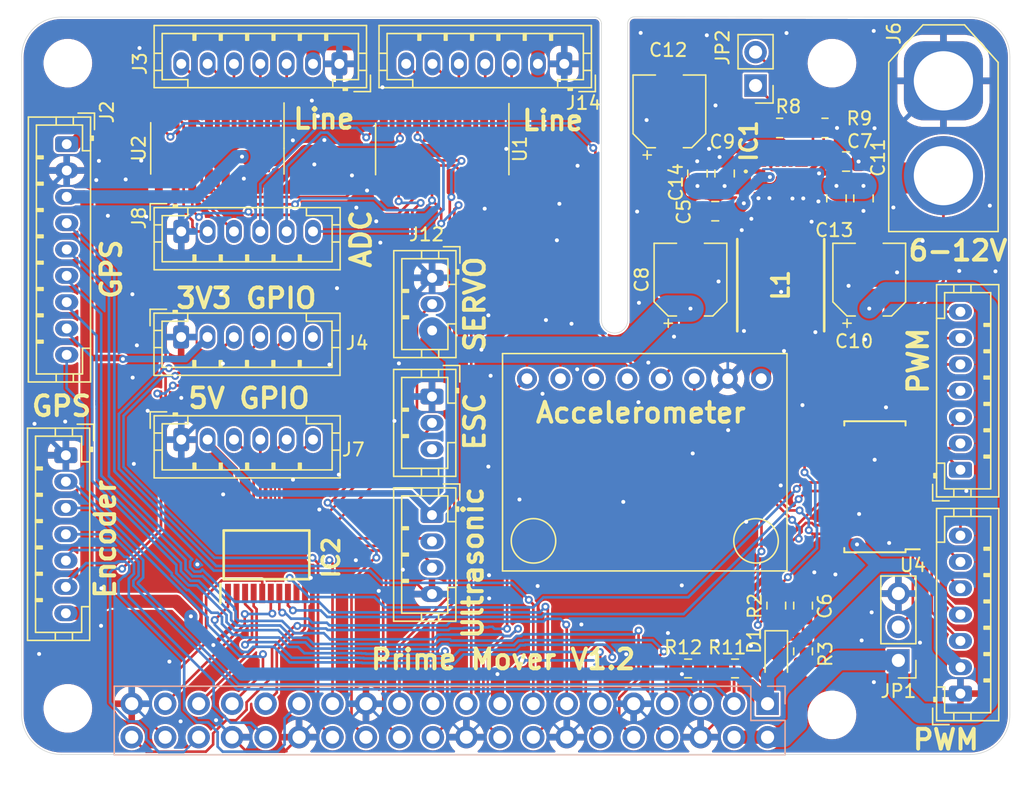
<source format=kicad_pcb>
(kicad_pcb (version 20211014) (generator pcbnew)
  (layers (0 "F.Cu" signal) (31 "B.Cu" signal) (34 "B.Paste" user) (35 "F.Paste" user) (36 "B.SilkS" user "B.Silkscreen") (37 "F.SilkS" user "F.Silkscreen") (38 "B.Mask" user) (39 "F.Mask" user) (44 "Edge.Cuts" user))
  (net 0 "")
  (net 1 "GND")
  (net 2 "/MCP3008/ADC1_CH6")
  (net 3 "/MCP3008/ADC1_CH5")
  (net 4 "/MCP3008/ADC0_CH7")
  (net 5 "/MCP3008/ADC0_CH6")
  (net 6 "VBAT_Read")
  (net 7 "/Accelerometer MPU6050/AD0")
  (net 8 "/Accelerometer MPU6050/XCL")
  (net 9 "/Accelerometer MPU6050/XDA")
  (net 10 "I2C_SDA")
  (net 11 "I2C_SCL")
  (net 12 "+5V")
  (net 13 "GPS_RST")
  (net 14 "GPS_RX")
  (net 15 "GPS_TX")
  (net 16 "GPS_RI")
  (net 17 "GPS_PWR")
  (net 18 "GPS_DTR")
  (net 19 "+3V3")
  (net 20 "GPIO1")
  (net 21 "GPIO0")
  (net 22 "LX")
  (net 23 "BST")
  (net 24 "/PWM_PCA9685/P0")
  (net 25 "/PWM_PCA9685/P1")
  (net 26 "/PWM_PCA9685/P2")
  (net 27 "/PWM_PCA9685/P3")
  (net 28 "/PWM_PCA9685/P4")
  (net 29 "/PWM_PCA9685/P5")
  (net 30 "+BATT")
  (net 31 "ECHO_5V")
  (net 32 "TRIG_5V")
  (net 33 "PWM_ESC")
  (net 34 "PWM_Servo")
  (net 35 "/PWM_PCA9685/P6")
  (net 36 "/PWM_PCA9685/P7")
  (net 37 "/PWM_PCA9685/P8")
  (net 38 "/PWM_PCA9685/P9")
  (net 39 "/PWM_PCA9685/P10")
  (net 40 "/PWM_PCA9685/P11")
  (net 41 "/PWM_PCA9685/P12")
  (net 42 "Net-(J14-Pad7)")
  (net 43 "Net-(J14-Pad6)")
  (net 44 "Net-(J14-Pad5)")
  (net 45 "Net-(J14-Pad4)")
  (net 46 "Net-(J14-Pad3)")
  (net 47 "BIAS")
  (net 48 "Net-(J3-Pad3)")
  (net 49 "Net-(J3-Pad4)")
  (net 50 "Net-(J3-Pad5)")
  (net 51 "Net-(J3-Pad6)")
  (net 52 "ENC_OUT")
  (net 53 "DIR")
  (net 54 "PGO")
  (net 55 "Net-(J3-Pad7)")
  (net 56 "LVL_OE")
  (net 57 "SPI_CS_ADC0")
  (net 58 "SPI_CS_ADC1")
  (net 59 "SPI_CLK")
  (net 60 "SPI_MISO")
  (net 61 "SPI_MOSI")
  (net 62 "GPIO26")
  (net 63 "TRIG_3V3")
  (net 64 "ECHO_3V3")
  (net 65 "PWM_~{OE}")
  (net 66 "GPIO27")
  (net 68 "PWM_ESC_5V")
  (net 69 "PWM_Servo_5V")
  (net 70 "GPIO21")
  (net 71 "GPIO20")
  (net 72 "GPIO19")
  (net 73 "GPIO16")
  (net 74 "/MCP3008/ADC0_CH5")
  (net 76 "FB")
  (net 77 "/PWM_PCA9685/P13")
  (net 80 "Net-(IC1-Pad17)")
  (net 81 "B6")
  (net 82 "B5")
  (net 83 "B4")
  (net 84 "B3")
  (net 85 "Net-(JP1-Pad2)")
  (footprint "Diode_SMD:D_SOD-323_HandSoldering" (layer "F.Cu") (at 57.274 48.507 -90)
    (fp_text reference "D1")
    (fp_text value "3V6")
  )
  (footprint "RascalHat:MPU-6050-Module" (layer "F.Cu") (at 56.18 27.46 -90)
    (fp_text reference "J1" hide)
    (fp_text value "Conn_01x08_Male")
  )
  (footprint "Connector_JST:JST_PH_B9B-PH-K_1x09_P2.00mm_Vertical" (layer "F.Cu") (at 3.414 9.652 -90)
    (fp_text reference "J2")
    (fp_text value "Conn_01x09_Male")
  )
  (footprint "Resistor_SMD:R_0805_2012Metric" (layer "F.Cu") (at 57.274 44.697 -90)
    (fp_text reference "R2")
    (fp_text value "4.7k")
  )
  (footprint "Resistor_SMD:R_0805_2012Metric" (layer "F.Cu") (at 59.306 48.1745 -90)
    (fp_text reference "R3")
    (fp_text value "1.5k")
  )
  (footprint "Package_SO:TSSOP-28_4.4x9.7mm_P0.65mm" (layer "F.Cu") (at 64.76 35.67 180)
    (fp_text reference "U4")
    (fp_text value "PCA9685PW")
  )
  (footprint "Connector_JST:JST_PH_B7B-PH-K_1x07_P2.00mm_Vertical" (layer "F.Cu") (at 71.25 34.38 90)
    (fp_text reference "J13" hide)
    (fp_text value "Conn_01x07_Male")
  )
  (footprint "MountingHole:MountingHole_3.2mm_M3" (layer "F.Cu") (at 3.5 3.5)
    (fp_text reference "H1" hide)
    (fp_text value "MountingHole")
  )
  (footprint "MountingHole:MountingHole_3.2mm_M3" (layer "F.Cu") (at 3.5 52.5)
    (fp_text reference "H2" hide)
    (fp_text value "MountingHole")
  )
  (footprint "MountingHole:MountingHole_3.2mm_M3" (layer "F.Cu") (at 61.5 53)
    (fp_text reference "H3" hide)
    (fp_text value "MountingHole")
  )
  (footprint "MountingHole:MountingHole_3.2mm_M3" (layer "F.Cu") (at 61.5 3.5)
    (fp_text reference "H4" hide)
    (fp_text value "MountingHole")
  )
  (footprint "Connector_JST:JST_PH_B7B-PH-K_1x07_P2.00mm_Vertical" (layer "F.Cu") (at 71.25 51.38 90)
    (fp_text reference "J5" hide)
    (fp_text value "Conn_01x07_Male")
  )
  (footprint "Capacitor_SMD:C_0805_2012Metric" (layer "F.Cu") (at 59.306 44.697 90)
    (fp_text reference "C6")
    (fp_text value "0.1uF")
  )
  (footprint "Connector_JST:JST_PH_B3B-PH-K_1x03_P2.00mm_Vertical" (layer "F.Cu") (at 31.15 19.8 -90)
    (fp_text reference "J12")
    (fp_text value "Conn_01x03_Male")
  )
  (footprint "Resistor_SMD:R_0805_2012Metric" (layer "F.Cu") (at 54.1425 49.47 180)
    (fp_text reference "R11")
    (fp_text value "4k7")
  )
  (footprint "Resistor_SMD:R_0805_2012Metric" (layer "F.Cu") (at 50.58 49.47)
    (fp_text reference "R12")
    (fp_text value "4k7")
  )
  (footprint "Connector_JST:JST_PH_B3B-PH-K_1x03_P2.00mm_Vertical" (layer "F.Cu") (at 31.14 28.82 -90)
    (fp_text reference "J11" hide)
    (fp_text value "Conn_01x03_Male")
  )
  (footprint "Connector_JST:JST_PH_B4B-PH-K_1x04_P2.00mm_Vertical" (layer "F.Cu") (at 31.14 37.82 -90)
    (fp_text reference "J10" hide)
    (fp_text value "Conn_01x04_Male")
  )
  (footprint "Connector_JST:JST_PH_B7B-PH-K_1x07_P2.00mm_Vertical" (layer "F.Cu") (at 3.35 33.28 -90)
    (fp_text reference "J18" hide)
    (fp_text value "Conn_01x07_Male")
  )
  (footprint "Connector_JST:JST_PH_B7B-PH-K_1x07_P2.00mm_Vertical" (layer "F.Cu") (at 41.18 3.55 180)
    (fp_text reference "J14")
    (fp_text value "Conn_01x07_Male")
  )
  (footprint "Connector_JST:JST_PH_B6B-PH-K_1x06_P2.00mm_Vertical" (layer "F.Cu") (at 12.1 24.3)
    (fp_text reference "J4")
    (fp_text value "Conn_01x06_Male")
  )
  (footprint "Capacitor_SMD:C_0805_2012Metric" (layer "F.Cu") (at 52.64 14.74)
    (fp_text reference "C5")
    (fp_text value "0.1uF")
  )
  (footprint "Resistor_SMD:R_0805_2012Metric" (layer "F.Cu") (at 60.97 8.42)
    (fp_text reference "R9")
    (fp_text value "R")
  )
  (footprint "Package_SO:SOIC-16_3.9x9.9mm_P1.27mm" (layer "F.Cu") (at 14.85 9.97 -90)
    (fp_text reference "U2")
    (fp_text value "MCP3008")
  )
  (footprint "Capacitor_SMD:CP_Elec_5x5.3" (layer "F.Cu") (at 49.16 7.16 90)
    (fp_text reference "C12")
    (fp_text value "22uF")
  )
  (footprint "Connector_JST:JST_PH_B7B-PH-K_1x07_P2.00mm_Vertical" (layer "F.Cu") (at 24.11 3.55 180)
    (fp_text reference "J3")
    (fp_text value "Conn_01x07_Male")
  )
  (footprint "Connector_PinHeader_2.54mm:PinHeader_1x02_P2.54mm_Vertical" (layer "F.Cu") (at 55.7 5.2 180)
    (fp_text reference "JP2")
    (fp_text value "Jumper_2_Bridged")
  )
  (footprint "Capacitor_SMD:C_0805_2012Metric" (layer "F.Cu") (at 63.89 13.77 -90)
    (fp_text reference "C11")
    (fp_text value "4.7uF")
  )
  (footprint "Connector_AMASS:AMASS_XT60-M_1x02_P7.20mm_Vertical" (layer "F.Cu") (at 69.96 4.84 -90)
    (fp_text reference "J6")
    (fp_text value "Conn_01x02_Male")
  )
  (footprint "Capacitor_SMD:C_0805_2012Metric" (layer "F.Cu") (at 62.57 10.97)
    (fp_text reference "C7")
    (fp_text value "2.2uF")
  )
  (footprint "NTS0308EPWJ:SOP65P640X110-20N" (layer "F.Cu") (at 18.58 40.84 90)
    (fp_text reference "IC2")
    (fp_text value "NTS0308EPWJ" hide)
  )
  (footprint "Connector_JST:JST_PH_B6B-PH-K_1x06_P2.00mm_Vertical" (layer "F.Cu") (at 12.11 32.09)
    (fp_text reference "J7")
    (fp_text value "Conn_01x06_Male")
  )
  (footprint "Capacitor_SMD:CP_Elec_5x5.3" (layer "F.Cu") (at 50.76 19.94 90)
    (fp_text reference "C8")
    (fp_text value "22uF")
  )
  (footprint "Resistor_SMD:R_0805_2012Metric" (layer "F.Cu") (at 57.5275 8.42)
    (fp_text reference "R8")
    (fp_text value "R")
  )
  (footprint "Connector_PinHeader_2.54mm:PinHeader_1x03_P2.54mm_Vertical" (layer "F.Cu") (at 66.54 48.86 180)
    (fp_text reference "JP1")
    (fp_text value "Jumper_3_Bridged12")
  )
  (footprint "MWSA0605S-150MT:INDPM7066X500N" (layer "F.Cu") (at 57.61 20.36 -90)
    (fp_text reference "L1")
    (fp_text value "1uH" hide)
  )
  (footprint "Capacitor_SMD:C_0805_2012Metric" (layer "F.Cu") (at 53.35 11.88 90)
    (fp_text reference "C9")
    (fp_text value "4.7uF")
  )
  (footprint "MAX20404AFOC_VY+:MAX20404AFOCVY" (layer "F.Cu") (at 57.61 12.67)
    (fp_text reference "IC1")
    (fp_text value "MAX20404AFOC_VY+" hide)
  )
  (footprint "Capacitor_SMD:CP_Elec_5x5.3" (layer "F.Cu") (at 64.33 19.94 90)
    (fp_text reference "C10")
    (fp_text value "22uF")
  )
  (footprint "Capacitor_SMD:C_0805_2012Metric" (layer "F.Cu") (at 51.29 11.88 90)
    (fp_text reference "C14")
    (fp_text value "1.0uF")
  )
  (footprint "Connector_JST:JST_PH_B6B-PH-K_1x06_P2.00mm_Vertical" (layer "F.Cu") (at 12.11 16.28)
    (fp_text reference "J8")
    (fp_text value "Conn_01x06_Male")
  )
  (footprint "Capacitor_SMD:C_0805_2012Metric" (layer "F.Cu") (at 61.84 13.77 -90)
    (fp_text reference "C13")
    (fp_text value "1.0uF")
  )
  (footprint "Package_SO:SOIC-16_3.9x9.9mm_P1.27mm" (layer "F.Cu") (at 31.92 10.02 -90)
    (fp_text reference "U1")
    (fp_text value "MCP3008")
  )
  (footprint "Connector_PinSocket_2.54mm:PinSocket_2x20_P2.54mm_Vertical" (layer "B.Cu") (at 56.61 52.15 90)
    (fp_text reference "R1" hide)
    (fp_text value "Raspberry_Pi_2_3")
  )
  (gr_line (start 3 56) (end 72 56) (layer "Edge.Cuts") (width 0.05))
  (gr_line (start 0 3) (end 0 53) (layer "Edge.Cuts") (width 0.05))
  (gr_arc (start 3 56) (mid 0.87868 55.12132) (end 0 53) (layer "Edge.Cuts") (width 0.05))
  (gr_arc (start 75 53) (mid 74.12132 55.12132) (end 72 56) (layer "Edge.Cuts") (width 0.05))
  (gr_arc (start 72 0) (mid 74.12132 0.87868) (end 75 3) (layer "Edge.Cuts") (width 0.05))
  (gr_line (start 75 53) (end 75 3) (layer "Edge.Cuts") (width 0.05))
  (gr_line (start 72 0) (end 46.5 -0.02) (layer "Edge.Cuts") (width 0.05))
  (gr_arc (start 43.5 0) (mid 43.853553 0.146447) (end 44 0.5) (layer "Edge.Cuts") (width 0.05))
  (gr_line (start 46 0.48) (end 46 23) (layer "Edge.Cuts") (width 0.05))
  (gr_arc (start 0 3) (mid 0.87868 0.87868) (end 3 0) (layer "Edge.Cuts") (width 0.05))
  (gr_line (start 44 0.5) (end 44 23) (layer "Edge.Cuts") (width 0.05))
  (gr_arc (start 46 0.48) (mid 46.146447 0.126447) (end 46.5 -0.02) (layer "Edge.Cuts") (width 0.05))
  (gr_arc (start 46 23) (mid 45 24) (end 44 23) (layer "Edge.Cuts") (width 0.05))
  (gr_line (start 43.5 0) (end 3 0) (layer "Edge.Cuts") (width 0.05))
  (gr_text "SERVO" (at 34.39 21.8 90) (layer "F.SilkS") (effects (font (size 1.5 1.5) (thickness 0.3))))
  (gr_text "Ultrasonic" (at 34.242 41.453 90) (layer "F.SilkS") (effects (font (size 1.5 1.5) (thickness 0.3))))
  (gr_text "GPS" (at 3.02 29.55) (layer "F.SilkS") (effects (font (size 1.5 1.5) (thickness 0.3))))
  (gr_text "5V GPIO" (at 17.25 28.95) (layer "F.SilkS") (effects (font (size 1.5 1.5) (thickness 0.3))))
  (gr_text "PWM" (at 68.04 26.1 90) (layer "F.SilkS") (effects (font (size 1.5 1.5) (thickness 0.3))))
  (gr_text "Encoder" (at 6.34 39.65 90) (layer "F.SilkS") (effects (font (size 1.5 1.5) (thickness 0.3))))
  (gr_text "Prime Mover V1.2" (at 36.54 48.78) (layer "F.SilkS") (effects (font (size 1.5 1.5) (thickness 0.3))))
  (gr_text "ESC" (at 34.39 30.71 90) (layer "F.SilkS") (effects (font (size 1.5 1.5) (thickness 0.3))))
  (gr_text "ADC" (at 25.75 16.85 90) (layer "F.SilkS") (effects (font (size 1.5 1.5) (thickness 0.3))))
  (gr_text "3V3 GPIO" (at 17.05 21.35) (layer "F.SilkS") (effects (font (size 1.5 1.5) (thickness 0.3))))
  (gr_text "PWM" (at 70.15 54.88) (layer "F.SilkS") (effects (font (size 1.5 1.5) (thickness 0.3))))
  (gr_text "GPS" (at 6.8 19.15 90) (layer "F.SilkS") (effects (font (size 1.5 1.5) (thickness 0.3))))
  (gr_text "Accelerometer" (at 46.99 30.05) (layer "F.SilkS") (effects (font (size 1.5 1.5) (thickness 0.3))))
  (gr_text "6-12V" (at 71.06 17.74) (layer "F.SilkS") (effects (font (size 1.5 1.5) (thickness 0.3))))
  (gr_text "Line" (at 40.31 7.85) (layer "F.SilkS") (effects (font (size 1.5 1.5) (thickness 0.3))))
  (gr_text "Line" (at 22.94 7.73) (layer "F.SilkS") (effects (font (size 1.5 1.5) (thickness 0.3))))
  (segment (start 54.110011 10.169989) (end 53.35 10.93) (width 0.35) (layer "F.Cu") (net 1))
  (segment (start 21.505 37.902) (end 22.088 37.902) (width 0.2) (layer "F.Cu") (net 1))
  (segment (start 67.61 37.295) (end 66.86 37.295) (width 0.2) (layer "F.Cu") (net 1))
  (segment (start 56.86 10.932) (end 56.86 10.195478) (width 0.35) (layer "F.Cu") (net 1))
  (segment (start 56.86 11.518522) (end 56.86 10.932) (width 0.2) (layer "F.Cu") (net 1))
  (segment (start 59.222 12.22) (end 58.67 12.22) (width 0.35) (layer "F.Cu") (net 1))
  (segment (start 26.885 12.495) (end 26.21 13.17) (width 0.2) (layer "F.Cu") (net 1))
  (segment (start 21.505 37.3895) (end 21.505 37.902) (width 0.2) (layer "F.Cu") (net 1))
  (segment (start 66.975 31.445) (end 67.61 31.445) (width 0.2) (layer "F.Cu") (net 1))
  (segment (start 58.67 12.22) (end 58.21 11.76) (width 0.35) (layer "F.Cu") (net 1))
  (segment (start 41.18 3.55) (end 41.18 13.81) (width 0.2) (layer "F.Cu") (net 1))
  (segment (start 12.15 53.4) (end 12.06 53.49) (width 0.2) (layer "F.Cu") (net 1))
  (segment (start 58.21 11.75) (end 57.553693 11.75) (width 0.35) (layer "F.Cu") (net 1))
  (segment (start 66.54 43.78) (end 64.638 43.78) (width 0.2) (layer "F.Cu") (net 1))
  (segment (start 6.05 43.38) (end 12.45 43.38) (width 0.2) (layer "F.Cu") (net 1))
  (segment (start 51.29 10.93) (end 50.16548 12.05452) (width 0.5) (layer "F.Cu") (net 1))
  (segment (start 53.35 10.93) (end 53.09 10.93) (width 0.35) (layer "F.Cu") (net 1))
  (segment (start 33.825 12.495) (end 33.825 13.235) (width 0.2) (layer "F.Cu") (net 1))
  (segment (start 64.33 17.74) (end 64.33 15.16) (width 0.5) (layer "F.Cu") (net 1))
  (segment (start 56.285 14.545) (end 56.155 14.545) (width 0.5) (layer "F.Cu") (net 1))
  (segment (start 16.755 12.375) (end 16.86 12.27) (width 0.2) (layer "F.Cu") (net 1))
  (segment (start 59.11 14.72) (end 58.935 14.545) (width 0.5) (layer "F.Cu") (net 1))
  (segment (start 60.2095 43.7595) (end 62.434 45.984) (width 0.2) (layer "F.Cu") (net 1))
  (segment (start 59.222 12.22) (end 60.17 12.22) (width 0.35) (layer "F.Cu") (net 1))
  (segment (start 25.4 14.47) (end 25.4 13.98) (width 0.2) (layer "F.Cu") (net 1))
  (segment (start 28.93 41.97) (end 30.78 43.82) (width 0.2) (layer "F.Cu") (net 1))
  (segment (start 60.24 13.77) (end 60.47 14) (width 0.35) (layer "F.Cu") (net 1))
  (segment (start 61.91 37.295) (end 67.61 37.295) (width 0.2) (layer "F.Cu") (net 1))
  (segment (start 9.45 15.16) (end 10.405 14.205) (width 0.2) (layer "F.Cu") (net 1))
  (segment (start 62.434 45.984) (end 59.306 49.112) (width 0.2) (layer "F.Cu") (net 1))
  (segment (start 56.960489 11.619011) (end 56.86 11.518522) (width 0.2) (layer "F.Cu") (net 1))
  (segment (start 62.355 37.74) (end 61.91 37.295) (width 0.2) (layer "F.Cu") (net 1))
  (segment (start 19.950489 55.789511) (end 21.05 54.69) (width 0.2) (layer "F.Cu") (net 1))
  (segment (start 66.54 41.825) (end 66.54 43.78) (width 0.2) (layer "F.Cu") (net 1))
  (segment (start 51.29 10.93) (end 51.29 10.89) (width 0.35) (layer "F.Cu") (net 1))
  (segment (start 25.4 13.98) (end 26.21 13.17) (width 0.2) (layer "F.Cu") (net 1))
  (segment (start 27.475 12.495) (end 26.885 12.495) (width 0.2) (layer "F.Cu") (net 1))
  (segment (start 59.306 43.024) (end 60.16 42.17) (width 0.2) (layer "F.Cu") (net 1))
  (segment (start 59.32 13.77) (end 60.24 13.77) (width 0.35) (layer "F.Cu") (net 1))
  (segment (start 15.97 54.69) (end 17.069511 55.789511) (width 0.2) (layer "F.Cu") (net 1))
  (segment (start 50.76 17.74) (end 50.76 17.95) (width 0.5) (layer "F.Cu") (net 1))
  (segment (start 61.91 37.945) (end 62.66 37.945) (width 0.2) (layer "F.Cu") (net 1))
  (segment (start 41.73 23.29) (end 42.16 23.72) (width 0.2) (layer "F.Cu") (net 1))
  (segment (start 56.834511 10.169989) (end 54.110011 10.169989) (width 0.35) (layer "F.Cu") (net 1))
  (segment (start 50.16548 12.05452) (end 50.16548 17.14548) (width 0.5) (layer "F.Cu") (net 1))
  (segment (start 67.61 37.295) (end 67.61 39.245) (width 0.2) (layer "F.Cu") (net 1))
  (segment (start 9.612 11.652) (end 10.405 12.445) (width 0.2) (layer "F.Cu") (net 1))
  (segment (start 17.069511 55.789511) (end 19.950489 55.789511) (width 0.2) (layer "F.Cu") (net 1))
  (segment (start 26.13 44.52) (end 27.07 43.58) (width 0.2) (layer "F.Cu") (net 1))
  (segment (start 22.96 35.9345) (end 21.505 37.3895) (width 0.2) (layer "F.Cu") (net 1))
  (segment (start 22.461882 30.96548) (end 22.96 31.463598) (width 0.2) (layer "F.Cu") (net 1))
  (segment (start 16.755 12.445) (end 16.755 12.375) (width 0.2) (layer "F.Cu") (net 1))
  (segment (start 61.84 14.72) (end 59.11 14.72) (width 0.5) (layer "F.Cu") (net 1))
  (segment (start 21.615 8.325) (end 22.418023 7.521977) (width 0.2) (layer "F.Cu") (net 1))
  (segment (start 51.53 54.69) (end 52.629511 53.590489) (width 0.2) (layer "F.Cu") (net 1))
  (segment (start 57.422704 11.619011) (end 56.960489 11.619011) (width 0.2) (layer "F.Cu") (net 1))
  (segment (start 53.09 10.93) (end 52.17 10.01) (width 0.35) (layer "F.Cu") (net 1))
  (segment (start 3.414 11.652) (end 9.612 11.652) (width 0.2) (layer "F.Cu") (net 1))
  (segment (start 22.96 31.463598) (end 22.96 35.9345) (width 0.2) (layer "F.Cu") (net 1))
  (segment (start 52.629511 53.590489) (end 57.368533 53.590489) (width 0.2) (layer "F.Cu") (net 1))
  (segment (start 14.75 53.4) (end 12.15 53.4) (width 0.2) (layer "F.Cu") (net 1))
  (segment (start 51.29 10.89) (end 52.17 10.01) (width 0.35) (layer "F.Cu") (net 1))
  (segment (start 13.331838 42.498162) (end 13.331838 41.567517) (width 0.2) (layer "F.Cu") (net 1))
  (segment (start 41.18 13.81) (end 40.81 14.18) (width 0.2) (layer "F.Cu") (net 1))
  (segment (start 52.89 20.08) (end 61.99 20.08) (width 0.5) (layer "F.Cu") (net 1))
  (segment (start 58.955 14.545) (end 59.95 15.54) (width 0.5) (layer "F.Cu") (net 1))
  (segment (start 30.78 43.82) (end 31.14 43.82) (width 0.2) (layer "F.Cu") (net 1))
  (segment (start 22.418023 7.521977) (end 22.480059 7.521977) (width 0.2) (layer "F.Cu") (net 1))
  (segment (start 50.16548 17.14548) (end 50.76 17.74) (width 0.5) (layer "F.Cu") (net 1))
  (segment (start 66.810489 37.245489) (end 66.810489 31.609511) (width 0.2) (layer "F.Cu") (net 1))
  (segment (start 64.638 43.78) (end 62.434 45.984) (width 0.2) (layer "F.Cu") (net 1))
  (segment (start 22.97 9.34) (end 22.63 9.34) (width 0.2) (layer "F.Cu") (net 1))
  (segment (start 62.66 37.945) (end 66.54 41.825) (width 0.2) (layer "F.Cu") (net 1))
  (segment (start 20.58 9.36) (end 21.615 8.325) (width 0.2) (layer "F.Cu") (net 1))
  (segment (start 63.56 37.74) (end 62.355 37.74) (width 0.2) (layer "F.Cu") (net 1))
  (segment (start 64.33 15.16) (end 63.89 14.72) (width 0.5) (layer "F.Cu") (net 1))
  (segment (start 56.155 14.545) (end 55.38 15.32) (width 0.5) (layer "F.Cu") (net 1))
  (segment (start 56.86 10.195478) (end 56.834511 10.169989) (width 0.35) (layer "F.Cu") (net 1))
  (segment (start 58.661 49.757) (end 57.274 49.757) (width 0.2) (layer "F.Cu") (net 1))
  (segment (start 61.91 37.945) (end 61.91 37.295) (width 0.2) (layer "F.Cu") (net 1))
  (segment (start 12.45 43.38) (end 13.331838 42.498162) (width 0.2) (layer "F.Cu") (net 1))
  (segment (start 59.306 43.7595) (end 60.2095 43.7595) (width 0.2) (layer "F.Cu") (net 1))
  (segment (start 57.91 50.393) (end 57.274 49.757) (width 0.2) (layer "F.Cu") (net 1))
  (segment (start 50.91 6.71) (end 52.66 6.71) (width 0.35) (layer "F.Cu") (net 1))
  (segment (start 55.92 13.76) (end 56.313 13.76) (width 1) (layer "F.Cu") (net 1))
  (segment (start 26.13 52.15) (end 26.13 44.52) (width 0.2) (layer "F.Cu") (net 1))
  (segment (start 12.11 32.09) (end 13.23452 30.96548) (width 0.2) (layer "F.Cu") (net 1))
  (segment (start 57.91 53.049022) (end 57.91 50.393) (width 0.2) (layer "F.Cu") (net 1))
  (segment (start 49.16 4.96) (end 50.91 6.71) (width 0.35) (layer "F.Cu") (net 1))
  (segment (start 58.935 14.545) (end 58.955 14.545) (width 0.5) (layer "F.Cu") (net 1))
  (segment (start 50.76 17.95) (end 52.89 20.08) (width 0.5) (layer "F.Cu") (net 1))
  (segment (start 10.405 14.205) (end 10.405 12.445) (width 0.2) (layer "F.Cu") (net 1))
  (segment (start 66.86 37.295) (end 66.810489 37.245489) (width 0.2) (layer "F.Cu") (net 1))
  (segment (start 57.368533 53.590489) (end 57.91 53.049022) (width 0.2) (layer "F.Cu") (net 1))
  (segment (start 57.553693 11.75) (end 57.422704 11.619011) (width 0.2) (layer "F.Cu") (net 1))
  (segment (start 27.07 43.58) (end 27.1 43.58) (width 0.2) (layer "F.Cu") (net 1))
  (segment (start 56.86 11.54) (end 56.92 11.6) (width 0.2) (layer "F.Cu") (net 1))
  (segment (start 59.306 43.7595) (end 59.306 43.024) (width 0.2) (layer "F.Cu") (net 1))
  (segment (start 56.86 10.932) (end 56.86 11.54) (width 0.2) (layer "F.Cu") (net 1))
  (segment (start 13.23452 30.96548) (end 22.461882 30.96548) (width 0.2) (layer "F.Cu") (net 1))
  (segment (start 58.21 11.76) (end 58.21 11.75) (width 0.35) (layer "F.Cu") (net 1))
  (segment (start 61.99 20.08) (end 64.33 17.74) (width 0.5) (layer "F.Cu") (net 1))
  (segment (start 22.088 37.902) (end 22.59 37.4) (width 0.2) (layer "F.Cu") (net 1))
  (segment (start 56.313 13.76) (end 56.323 13.77) (width 1) (layer "F.Cu") (net 1))
  (segment (start 59.306 49.112) (end 58.661 49.757) (width 0.2) (layer "F.Cu") (net 1))
  (segment (start 27.22 17.13) (end 27.22 15.82) (width 0.2) (layer "F.Cu") (net 1))
  (segment (start 22.63 9.34) (end 21.615 8.325) (width 0.2) (layer "F.Cu") (net 1))
  (segment (start 27.22 15.82) (end 26.91 15.51) (width 0.2) (layer "F.Cu") (net 1))
  (segment (start 60.17 12.22) (end 60.52 11.87) (width 0.35) (layer "F.Cu") (net 1))
  (segment (start 33.825 13.235) (end 35.14 14.55) (width 0.2) (layer "F.Cu") (net 1))
  (segment (start 66.810489 31.609511) (end 66.975 31.445) (width 0.2) (layer "F.Cu") (net 1))
  (segment (start 42.16 23.72) (end 42.16 26.75) (width 0.2) (layer "F.Cu") (net 1))
  (via (at 60.16 42.17) (size 0.6) (drill 0.3) (layers "F.Cu" "B.Cu") (net 1))
  (via (at 59.26 29.47) (size 0.6) (drill 0.3) (layers "F.Cu" "B.Cu") (net 1))
  (via (at 71.7 35.99) (size 0.6) (drill 0.3) (layers "F.Cu" "B.Cu") (net 1))
  (via (at 45.88 48.39) (size 0.6) (drill 0.3) (layers "F.Cu" "B.Cu") (net 1))
  (via (at 14.75 53.4) (size 0.6) (drill 0.3) (layers "F.Cu" "B.Cu") (net 1))
  (via (at 63.89 14.72) (size 0.6) (drill 0.3) (layers "F.Cu" "B.Cu") (net 1))
  (via (at 46.71 14.77) (size 0.6) (drill 0.3) (layers "F.Cu" "B.Cu") (net 1))
  (via (at 51.27 10.95) (size 0.6) (drill 0.3) (layers "F.Cu" "B.Cu") (net 1))
  (via (at 39.79 23.01) (size 0.6) (drill 0.3) (layers "F.Cu" "B.Cu") (net 1))
  (via (at 65.6 29.64) (size 0.6) (drill 0.3) (layers "F.Cu" "B.Cu") (net 1))
  (via (at 22.02 6.34) (size 0.6) (drill 0.3) (layers "F.Cu" "B.Cu") (net 1))
  (via (at 58.05 1.21) (size 0.6) (drill 0.3) (layers "F.Cu" "B.Cu") (net 1))
  (via (at 35.48 44.15) (size 0.6) (drill 0.3) (layers "F.Cu" "B.Cu") (net 1))
  (via (at 22.480059 7.521977) (size 0.6) (drill 0.3) (layers "F.Cu" "B.Cu") (net 1))
  (via (at 20.59 35.13) (size 0.6) (drill 0.3) (layers "F.Cu" "B.Cu") (net 1))
  (via (at 57.86 25.36) (size 0.6) (drill 0.3) (layers "F.Cu" "B.Cu") (net 1))
  (via (at 25.36 41.25) (size 0.6) (drill 0.3) (layers "F.Cu" "B.Cu") (net 1))
  (via (at 52.66 6.71) (size 0.6) (drill 0.3) (layers "F.Cu" "B.Cu") (net 1))
  (via (at 64.74 33.62) (size 0.6) (drill 0.3) (layers "F.Cu" "B.Cu") (net 1))
  (via (at 42.16 26.75) (size 0.6) (drill 0.3) (layers "F.Cu" "B.Cu") (net 1))
  (via (at 46.85 21.7) (size 0.6) (drill 0.3) (layers "F.Cu" "B.Cu") (net 1))
  (via (at 47.43 7.82) (size 0.6) (drill 0.3) (layers "F.Cu" "B.Cu") (net 1))
  (via (at 9.56 29.9) (size 0.6) (drill 0.3) (layers "F.Cu" "B.Cu") (net 1))
  (via (at 52.17 10.01) (size 0.6) (drill 0.3) (layers "F.Cu" "B.Cu") (net 1))
  (via (at 15.29 36.25) (size 0.6) (drill 0.3) (layers "F.Cu" "B.Cu") (net 1))
  (via (at 35.59 27.24) (size 0.6) (drill 0.3) (layers "F.Cu" "B.Cu") (net 1))
  (via (at 55.35 47.75) (size 0.6) (drill 0.3) (layers "F.Cu" "B.Cu") (net 1))
  (via (at 8.510605 33.933494) (size 0.6) (drill 0.3) (layers "F.Cu" "B.Cu") (net 1))
  (via (at 8.74 24.93) (size 0.6) (drill 0.3) (layers "F.Cu" "B.Cu") (net 1))
  (via (at 57.61 35.57) (size 0.6) (drill 0.3) (layers "F.Cu" "B.Cu") (net 1))
  (via (at 22.59 37.4) (size 0.6) (drill 0.3) (layers "F.Cu" "B.Cu") (net 1))
  (via (at 63.56 37.74) (size 0.6) (drill 0.3) (layers "F.Cu" "B.Cu") (net 1))
  (via (at 28.93 41.97) (size 0.6) (drill 0.3) (layers "F.Cu" "B.Cu") (net 1))
  (via (at 23.93 20.59) (size 0.6) (drill 0.3) (layers "F.Cu" "B.Cu") (net 1))
  (via (at 54.65 16.18) (size 0.6) (drill 0.3) (layers "F.Cu" "B.Cu") (net 1))
  (via (at 47.56 26.24) (size 0.6) (drill 0.3) (layers "F.Cu" "B.Cu") (net 1))
  (via (at 27.38 5.33) (size 0.6) (drill 0.3) (layers "F.Cu" "B.Cu") (net 1))
  (via (at 8.4 21.05) (size 0.6) (drill 0.3) (layers "F.Cu" "B.Cu") (net 1))
  (via (at 49.51 24.27) (size 0.6) (drill 0.3) (layers "F.Cu" "B.Cu") (net 1))
  (via (at 54.99 38.33) (size 0.6) (drill 0.3) (layers "F.Cu" "B.Cu") (net 1))
  (via (at 55.92 13.76) (size 0.6) (drill 0.3) (layers "F.Cu" "B.Cu") (net 1))
  (via (at 1.32 48.37) (size 0.6) (drill 0.3) (layers "F.Cu" "B.Cu") (net 1))
  (via (at 52.78 47.38) (size 0.6) (drill 0.3) (layers "F.Cu" "B.Cu") (net 1))
  (via (at 11.21 48.95) (size 0.6) (drill 0.3) (layers "F.Cu" "B.Cu") (net 1))
  (via (at 61.8825 8.42) (size 0.6) (drill 0.3) (layers "F.Cu" "B.Cu") (net 1))
  (via (at 25.4 14.47) (size 0.6) (drill 0.3) (layers "F.Cu" "B.Cu") (net 1))
  (via (at 59.95 15.54) (size 0.6) (drill 0.3) (layers "F.Cu" "B.Cu") (net 1))
  (via (at 26.21 13.17) (size 0.6) (drill 0.3) (layers "F.Cu" "B.Cu") (net 1))
  (via (at 64.73 8.44) (size 0.6) (drill 0.3) (layers "F.Cu" "B.Cu") (net 1))
  (via (at 60.52 11.87) (size 0.6) (drill 0.3) (layers "F.Cu" "B.Cu") (net 1))
  (via (at 62.76 20.41) (size 0.6) (drill 0.3) (layers "F.Cu" "B.Cu") (net 1))
  (via (at 64.67 1.05) (size 0.6) (drill 0.3) (layers "F.Cu" "B.Cu") (net 1))
  (via (at 64.68 50.51) (size 0.6) (drill 0.3) (layers "F.Cu" "B.Cu") (net 1))
  (via (at 16.86 12.27) (size 0.6) (drill 0.3) (layers "F.Cu" "B.Cu") (net 1))
  (via (at 24.07 34.75) (size 0.6) (drill 0.3) (layers "F.Cu" "B.Cu") (net 1))
  (via (at 73.91 19.31) (size 0.6) (drill 0.3) (layers "F.Cu" "B.Cu") (net 1))
  (via (at 56.75 13.75) (size 0.6) (drill 0.3) (layers "F.Cu" "B.Cu") (net 1))
  (via (at 59.32 13.77) (size 0.6) (drill 0.3) (layers "F.Cu" "B.Cu") (net 1))
  (via (at 50.1 43.16) (size 0.6) (drill 0.3) (layers "F.Cu" "B.Cu") (net 1))
  (via (at 35.42 22.65) (size 0.6) (drill 0.3) (layers "F.Cu" "B.Cu") (net 1))
  (via (at 9.07 10.9) (size 0.6) (drill 0.3) (layers "F.Cu" "B.Cu") (net 1))
  (via (at 39.53 28.61) (size 0.6) (drill 0.3) (layers "F.Cu" "B.Cu") (net 1))
  (via (at 6.05 43.38) (size 0.6) (drill 0.3) (layers "F.Cu" "B.Cu") (net 1))
  (via (at 50.93 33.14) (size 0.6) (drill 0.3) (layers "F.Cu" "B.Cu") (net 1))
  (via (at 0.97 30.89) (size 0.6) (drill 0.3) (layers "F.Cu" "B.Cu") (net 1))
  (via (at 27.22 17.13) (size 0.6) (drill 0.3) (layers "F.Cu" "B.Cu") (net 1))
  (via (at 25.065 12.025) (size 0.6) (drill 0.3) (layers "F.Cu" "B.Cu") (net 1))
  (via (at 8.42 27.38) (size 0.6) (drill 0.3) (layers "F.Cu" "B.Cu") (net 1))
  (via (at 52.89 20.08) (size 0.6) (drill 0.3) (layers "F.Cu" "B.Cu") (net 1))
  (via (at 27.1 43.58) (size 0.6) (drill 0.3) (layers "F.Cu" "B.Cu") (net 1))
  (via (at 63.75 47.34) (size 0.6) (drill 0.3) (layers "F.Cu" "B.Cu") (net 1))
  (via (at 52 1.38) (size 0.6) (drill 0.3) (layers "F.Cu" "B.Cu") (net 1))
  (via (at 68.38 17) (size 0.6) (drill 0.3) (layers "F.Cu" "B.Cu") (net 1))
  (via (at 15.27 26.32) (size 0.6) (drill 0.3) (layers "F.Cu" "B.Cu") (net 1))
  (via (at 66.44 19.39) (size 0.6) (drill 0.3) (layers "F.Cu" "B.Cu") (net 1))
  (via (at 49.05 46.78) (size 0.6) (drill 0.3) (layers "F.Cu" "B.Cu") (net 1))
  (via (at 58.5 13.78) (size 0.6) (drill 0.3) (layers "F.Cu" "B.Cu") (net 1))
  (via (at 12.06 53.49) (size 0.6) (drill 0.3) (layers "F.Cu" "B.Cu") (net 1))
  (via (at 22.21 11.19) (size 0.6) (drill 0.3) (layers "F.Cu" "B.Cu") (net 1))
  (via (at 21.940989 42.589011) (size 0.6) (drill 0.3) (layers "F.Cu" "B.Cu") (net 1))
  (via (at 20.58 9.36) (size 0.6) (drill 0.3) (layers "F.Cu" "B.Cu") (net 1))
  (via (at 57.64 20.87) (size 0.6) (drill 0.3) (layers "F.Cu" "B.Cu") (net 1))
  (via (at 6.54 15.09) (size 0.6) (drill 0.3) (layers "F.Cu" "B.Cu") (net 1))
  (via (at 46.81 29.25) (size 0.6) (drill 0.3) (layers "F.Cu" "B.Cu") (net 1))
  (via (at 40.81 14.18) (size 0.6) (drill 0.3) (layers "F.Cu" "B.Cu") (net 1))
  (via (at 13.331838 41.567517) (size 0.6) (drill 0.3) (layers "F.Cu" "B.Cu") (net 1))
  (via (at 9.45 15.16) (size 0.6) (drill 0.3) (layers "F.Cu" "B.Cu") (net 1))
  (via (at 60.24 23.93) (size 0.6) (drill 0.3) (layers "F.Cu" "B.Cu") (net 1))
  (via (at 64.51 45.21) (size 0.6) (drill 0.3) (layers "F.Cu" "B.Cu") (net 1))
  (via (at 37.78 36.64) (size 0.6) (drill 0.3) (layers "F.Cu" "B.Cu") (net 1))
  (via (at 7.89 12.33) (size 0.6) (drill 0.3) (layers "F.Cu" "B.Cu") (net 1))
  (via (at 28.29 30.67) (size 0.6) (drill 0.3) (layers "F.Cu" "B.Cu") (net 1))
  (via (at 5.86 10.92) (size 0.6) (drill 0.3) (layers "F.Cu" "B.Cu") (net 1))
  (via (at 39.16 43.21) (size 0.6) (drill 0.3) (layers "F.Cu" "B.Cu") (net 1))
  (via (at 65.84 39.94) (size 0.6) (drill 0.3) (layers "F.Cu" "B.Cu") (net 1))
  (via (at 53.62 31.37) (size 0.6) (drill 0.3) (layers "F.Cu" "B.Cu") (net 1))
  (via (at 54.82 23.84) (size 0.6) (drill 0.3) (layers "F.Cu" "B.Cu") (net 1))
  (via (at 23.36 26.39) (size 0.6) (drill 0.3) (layers "F.Cu" "B.Cu") (net 1))
  (via (at 35.14 14.55) (size 0.6) (drill 0.3) (layers "F.Cu" "B.Cu") (net 1))
  (via (at 61.76 42.33) (size 0.6) (drill 0.3) (layers "F.Cu" "B.Cu") (net 1))
  (via (at 52.97 10.63) (size 0.6) (drill 0.3) (layers "F.Cu" "B.Cu") (net 1))
  (via (at 66.16 14.46) (size 0.6) (drill 0.3) (layers "F.Cu" "B.Cu") (net 1))
  (via (at 42.48 46.13) (size 0.6) (drill 0.3) (layers "F.Cu" "B.Cu") (net 1))
  (via (at 71.16 19.28) (size 0.6) (drill 0.3) (layers "F.Cu" "B.Cu") (net 1))
  (via (at 35.42 34.14) (size 0.6) (drill 0.3) (layers "F.Cu" "B.Cu") (net 1))
  (via (at 3.3 30.72) (size 0.6) (drill 0.3) (layers "F.Cu" "B.Cu") (net 1))
  (via (at 22.97 9.34) (size 0.6) (drill 0.3) (layers "F.Cu" "B.Cu") (net 1))
  (via (at 28.63 26.3) (size 0.6) (drill 0.3) (layers "F.Cu" "B.Cu") (net 1))
  (via (at 42.19 11.29) (size 0.6) (drill 0.3) (layers "F.Cu" "B.Cu") (net 1))
  (via (at 8.94 2.35) (size 0.6) (drill 0.3) (layers "F.Cu" "B.Cu") (net 1))
  (via (at 15.17 21.01) (size 0.6) (drill 0.3) (layers "F.Cu" "B.Cu") (net 1))
  (via (at 6.02 46.23) (size 0.6) (drill 0.3) (layers "F.Cu" "B.Cu") (net 1))
  (via (at 55.38 15.32) (size 0.6) (drill 0.3) (layers "F.Cu" "B.Cu") (net 1))
  (via (at 26.91 15.51) (size 0.6) (drill 0.3) (layers "F.Cu" "B.Cu") (net 1))
  (via (at 64.01 24.48) (size 0.6) (drill 0.3) (layers "F.Cu" "B.Cu") (net 1))
  (via (at 68.18 47.51) (size 0.6) (drill 0.3) (layers "F.Cu" "B.Cu") (net 1))
  (via (at 41.73 23.29) (size 0.6) (drill 0.3) (layers "F.Cu" "B.Cu") (net 1))
  (via (at 46.98 1.2) (size 0.6) (drill 0.3) (layers "F.Cu" "B.Cu") (net 1))
  (via (at 73.48 14.32) (size 0.6) (drill 0.3) (layers "F.Cu" "B.Cu") (net 1))
  (via (at 12.11 28.92) (size 0.6) (drill 0.3) (layers "F.Cu" "B.Cu") (net 1))
  (via (at 45.66 36.82) (size 0.6) (drill 0.3) (layers "F.Cu" "B.Cu") (net 1))
  (via (at 60.47 14) (size 0.6) (drill 0.3) (layers "F.Cu" "B.Cu") (net 1))
  (via (at 35.47 42.39) (size 0.6) (drill 0.3) (layers "F.Cu" "B.Cu") (net 1))
  (via (at 63.52 10.97) (size 0.6) (drill 0.3) (layers "F.Cu" "B.Cu") (net 1))
  (via (at 40.62 16.95) (size 0.6) (drill 0.3) (layers "F.Cu" "B.Cu") (net 1))
  (via (at 36.78 10.01) (size 0.6) (drill 0.3) (layers "F.Cu" "B.Cu") (net 1))
  (via (at 5.66 12.38) (size 0.6) (drill 0.3) (layers "F.Cu" "B.Cu") (net 1))
  (segment (start 40.81 14.18) (end 35.51 14.18) (width 0.2) (layer "B.Cu") (net 1))
  (segment (start 60.47 11.92) (end 60.52 11.87) (width 0.35) (layer "B.Cu") (net 1))
  (segment (start 22.21 10.1) (end 22.97 9.34) (width 0.2) (layer "B.Cu") (net 1))
  (segment (start 15.97 54.69) (end 15.97 54.62) (width 0.2) (layer "B.Cu") (net 1))
  (segment (start 60.47 14) (end 60.47 11.92) (width 0.35) (layer "B.Cu") (net 1))
  (segment (start 31.14 25.98) (end 28.39 23.23) (width 0.35) (layer "B.Cu") (net 1))
  (segment (start 13.32 14.54) (end 10.07 14.54) (width 0.2) (layer "B.Cu") (net 1))
  (segment (start 28.39 22.56) (end 28.39 23.23) (width 0.35) (layer "B.Cu") (net 1))
  (segment (start 52.66 6.71) (end 52.66 9.52) (width 0.35) (layer "B.Cu") (net 1))
  (segment (start 63.52 10.0575) (end 63.39125 9.92875) (width 0.35) (layer "B.Cu") (net 1))
  (segment (start 53.59 20.78) (end 52.89 20.08) (width 0.2) (layer "B.Cu") (net 1))
  (segment (start 64.76 14.72) (end 65.76 13.72) (width 0.35) (layer "B.Cu") (net 1))
  (segment (start 32.650489 53.590489) (end 27.570489 53.590489) (width 0.2) (layer "B.Cu") (net 1))
  (segment (start 40.270489 53.590489) (end 34.849511 53.590489) (width 0.2) (layer "B.Cu") (net 1))
  (segment (start 26.91 15.51) (end 26.91 14.38) (width 0.2) (layer "B.Cu") (net 1))
  (segment (start 41.37 54.69) (end 40.270489 53.590489) (width 0.2) (layer "B.Cu") (net 1))
  (segment (start 50.089511 53.249511) (end 51.53 54.69) (width 0.2) (layer "B.Cu") (net 1))
  (segment (start 52.66 9.52) (end 52.17 10.01) (width 0.35) (layer "B.Cu") (net 1))
  (segment (start 25.065 12.025) (end 24.23 11.19) (width 0.2) (layer "B.Cu") (net 1))
  (segment (start 13.32 14.54) (end 12.11 15.75) (width 0.2) (layer "B.Cu") (net 1))
  (segment (start 42.16 27.620494) (end 43.029506 28.49) (width 0.2) (layer "B.Cu") (net 1))
  (segment (start 65.49 10.97) (end 63.52 10.97) (width 0.35) (layer "B.Cu") (net 1))
  (segment (start 32.56 17.13) (end 27.22 17.13) (width 0.2) (layer "B.Cu") (net 1))
  (segment (start 33.75 54.69) (end 32.650489 53.590489) (width 0.2) (layer "B.Cu") (net 1))
  (segment (start 59.31 13.76) (end 59.32 13.77) (width 1) (layer "B.Cu") (net 1))
  (segment (start 16.86 12.27) (end 14.59 14.54) (width 0.2) (layer "B.Cu") (net 1))
  (segment (start 62.82 38.48) (end 63.56 37.74) (width 0.2) (layer "B.Cu") (net 1))
  (segment (start 62.34 39.99) (end 62.34 38.48) (width 0.2) (layer "B.Cu") (net 1))
  (segment (start 9.69 53.49) (end 8.35 52.15) (width 0.2) (layer "B.Cu") (net 1))
  (segment (start 3.35 33.28) (end 2.21448 32.14448) (width 0.35) (layer "B.Cu") (net 1))
  (segment (start 12.06 53.49) (end 9.69 53.49) (width 0.2) (layer "B.Cu") (net 1))
  (segment (start 24.11 3.55) (end 24.11 5.892036) (width 0.2) (layer "B.Cu") (net 1))
  (segment (start 63.39125 9.92875) (end 64.87125 9.92875) (width 0.35) (layer "B.Cu") (net 1))
  (segment (start 22.149511 53.590489) (end 24.689511 53.590489) (width 0.2) (layer "B.Cu") (net 1))
  (segment (start 24.11 5.892036) (end 22.480059 7.521977) (width 0.2) (layer "B.Cu") (net 1))
  (segment (start 6.05 46.2) (end 6.05 43.38) (width 0.2) (layer "B.Cu") (net 1))
  (segment (start 57.65 29.88) (end 56.01 29.88) (width 0.2) (layer "B.Cu") (net 1))
  (segment (start 16.86 12.27) (end 19.77 9.36) (width 0.2) (layer "B.Cu") (net 1))
  (segment (start 22.59 37.507113) (end 27.052887 41.97) (width 0.2) (layer "B.Cu") (net 1))
  (segment (start 63.39125 9.92875) (end 61.8825 8.42) (width 0.35) (layer "B.Cu") (net 1))
  (segment (start 56.01 29.88) (end 53.59 27.46) (width 0.2) (layer "B.Cu") (net 1))
  (segment (start 26.91 14.38) (end 25.49 14.38) (width 0.2) (layer "B.Cu") (net 1))
  (segment (start 43.029506 28.49) (end 52.56 28.49) (width 0.2) (layer "B.Cu") (net 1))
  (segment (start 41.73 15.1) (end 41.73 23.29) (width 0.2) (layer "B.Cu") (net 1))
  (segment (start 2.21448 32.14448) (end 2.21448 12.85152) (width 0.35) (layer "B.Cu") (net 1))
  (segment (start 46.45 52.15) (end 47.549511 53.249511) (width 0.2) (layer "B.Cu") (net 1))
  (segment (start 15.38 28.82) (end 12.11 32.09) (width 0.35) (layer "B.Cu") (net 1))
  (segment (start 25.49 14.38) (end 25.4 14.47) (width 0.2) (layer "B.Cu") (net 1))
  (segment (start 64.87125 9.92875) (end 69.96 4.84) (width 0.35) (layer "B.Cu") (net 1))
  (segment (start 12.11 32.09) (end 12.11 28.92) (width 0.2) (layer "B.Cu") (net 1))
  (segment (start 62.34 38.48) (end 62.82 38.48) (width 0.2) (layer "B.Cu") (net 1))
  (segment (start 60.47 14) (end 60.47 14.09) (width 0.35) (layer "B.Cu") (net 1))
  (segment (start 27.052887 41.97) (end 28.93 41.97) (width 0.2) (layer "B.Cu") (net 1))
  (segment (start 21.05 54.69) (end 22.149511 53.590489) (width 0.2) (layer "B.Cu") (net 1))
  (segment (start 24.689511 53.590489) (end 26.13 52.15) (width 0.2) (layer "B.Cu") (net 1))
  (segment (start 15.97 54.62) (end 14.75 53.4) (width 0.2) (layer "B.Cu") (net 1))
  (segment (start 35.51 14.18) (end 35.14 14.55) (width 0.2) (layer "B.Cu") (net 1))
  (segment (start 65.76 13.72) (end 65.76 11.24) (width 0.35) (layer "B.Cu") (net 1))
  (segment (start 26.21 13.17) (end 25.065 12.025) (width 0.2) (layer "B.Cu") (net 1))
  (segment (start 42.810489 53.249511) (end 41.37 54.69) (width 0.2) (layer "B.Cu") (net 1))
  (segment (start 19.77 9.36) (end 20.58 9.36) (width 0.2) (layer "B.Cu") (net 1))
  (segment (start 31.14 28.82) (end 31.14 25.98) (width 0.35) (layer "B.Cu") (net 1))
  (segment (start 24.23 11.19) (end 22.21 11.19) (width 0.2) (layer "B.Cu") (net 1))
  (segment (start 31.15 19.8) (end 28.48 17.13) (width 0.35) (layer "B.Cu") (net 1))
  (segment (start 53.59 27.46) (end 53.59 20.78) (width 0.2) (layer "B.Cu") (net 1))
  (segment (start 55.92 13.76) (end 59.31 13.76) (width 1) (layer "B.Cu") (net 1))
  (segment (start 60.16 42.17) (end 62.34 39.99) (width 0.2) (layer "B.Cu") (net 1))
  (segment (start 6.02 46.23) (end 6.05 46.2) (width 0.2) (layer "B.Cu") (net 1))
  (segment (start 2.21448 12.85152) (end 3.414 11.652) (width 0.35) (layer "B.Cu") (net 1))
  (segment (start 45.350489 53.249511) (end 42.810489 53.249511) (width 0.2) (layer "B.Cu") (net 1))
  (segment (start 28.48 17.13) (end 27.22 17.13) (width 0.35) (layer "B.Cu") (net 1))
  (segment (start 47.549511 53.249511) (end 50.089511 53.249511) (width 0.2) (layer "B.Cu") (net 1))
  (segment (start 63.89 14.72) (end 64.76 14.72) (width 0.35) (layer "B.Cu") (net 1))
  (segment (start 52.56 28.49) (end 53.59 27.46) (width 0.2) (layer "B.Cu") (net 1))
  (segment (start 63.52 10.97) (end 63.52 10.0575) (width 0.35) (layer "B.Cu") (net 1))
  (segment (start 14.59 14.54) (end 13.32 14.54) (width 0.2) (layer "B.Cu") (net 1))
  (segment (start 31.14 28.82) (end 15.38 28.82) (width 0.35) (layer "B.Cu") (net 1))
  (segment (start 65.76 11.24) (end 65.49 10.97) (width 0.35) (layer "B.Cu") (net 1))
  (segment (start 42.16 26.75) (end 42.16 27.620494) (width 0.2) (layer "B.Cu") (net 1))
  (segment (start 27.570489 53.590489) (end 26.13 52.15) (width 0.2) (layer "B.Cu") (net 1))
  (segment (start 61.1 14.72) (end 63.89 14.72) (width 0.35) (layer "B.Cu") (net 1))
  (segment (start 22.59 37.4) (end 22.59 37.507113) (width 0.2) (layer "B.Cu") (net 1))
  (segment (start 27.1 43.58) (end 27.34 43.82) (width 0.2) (layer "B.Cu") (net 1))
  (segment (start 32.6 17.09) (end 32.56 17.13) (width 0.2) (layer "B.Cu") (net 1))
  (segment (start 12.11 15.75) (end 12.11 16.28) (width 0.2) (layer "B.Cu") (net 1))
  (segment (start 60.47 14.09) (end 61.1 14.72) (width 0.35) (layer "B.Cu") (net 1))
  (segment (start 22.21 11.19) (end 22.21 10.1) (width 0.2) (layer "B.Cu") (net 1))
  (segment (start 63.56 35.79) (end 57.65 29.88) (width 0.2) (layer "B.Cu") (net 1))
  (segment (start 27.34 43.82) (end 31.14 43.82) (width 0.2) (layer "B.Cu") (net 1))
  (segment (start 10.07 14.54) (end 9.45 15.16) (width 0.2) (layer "B.Cu") (net 1))
  (segment (start 63.56 37.74) (end 63.56 35.79) (width 0.2) (layer "B.Cu") (net 1))
  (segment (start 34.849511 53.590489) (end 33.75 54.69) (width 0.2) (layer "B.Cu") (net 1))
  (segment (start 35.14 14.55) (end 32.6 17.09) (width 0.2) (layer "B.Cu") (net 1))
  (segment (start 46.45 52.15) (end 45.350489 53.249511) (width 0.2) (layer "B.Cu") (net 1))
  (segment (start 31.15 19.8) (end 28.39 22.56) (width 0.35) (layer "B.Cu") (net 1))
  (segment (start 40.81 14.18) (end 41.73 15.1) (width 0.2) (layer "B.Cu") (net 1))
  (segment (start 12.95952 15.448093) (end 12.29 14.778573) (width 0.2) (layer "F.Cu") (net 2))
  (segment (start 12.95952 15.92952) (end 12.95952 15.448093) (width 0.2) (layer "F.Cu") (net 2))
  (segment (start 14.11 16.28) (end 13.31 16.28) (width 0.2) (layer "F.Cu") (net 2))
  (segment (start 12.29 8.11) (end 11.675 7.495) (width 0.2) (layer "F.Cu") (net 2))
  (segment (start 12.29 14.778573) (end 12.29 8.11) (width 0.2) (layer "F.Cu") (net 2))
  (segment (start 13.31 16.28) (end 12.95952 15.92952) (width 0.2) (layer "F.Cu") (net 2))
  (segment (start 13.66548 8.21548) (end 13.66548 13.83548) (width 0.2) (layer "F.Cu") (net 3))
  (segment (start 13.66548 13.83548) (end 16.11 16.28) (width 0.2) (layer "F.Cu") (net 3))
  (segment (start 12.945 7.495) (end 13.66548 8.21548) (width 0.2) (layer "F.Cu") (net 3))
  (segment (start 27.475 7.545) (end 27.475 7.8155) (width 0.2) (layer "F.Cu") (net 4))
  (segment (start 27.475 7.8155) (end 26.15 9.1405) (width 0.2) (layer "F.Cu") (net 4))
  (via (at 26.15 9.1405) (size 0.6) (drill 0.3) (layers "F.Cu" "B.Cu") (net 4))
  (segment (start 25.430488 8.420988) (end 26.15 9.1405) (width 0.2) (layer "B.Cu") (net 4))
  (segment (start 18.11 16.28) (end 18.11 12.681433) (width 0.2) (layer "B.Cu") (net 4))
  (segment (start 22.370445 8.420988) (end 25.430488 8.420988) (width 0.2) (layer "B.Cu") (net 4))
  (segment (start 18.11 12.681433) (end 22.370445 8.420988) (width 0.2) (layer "B.Cu") (net 4))
  (segment (start 28.71 9.22) (end 28.71 7.58) (width 0.2) (layer "F.Cu") (net 5))
  (segment (start 28.71 7.58) (end 28.745 7.545) (width 0.2) (layer "F.Cu") (net 5))
  (via (at 28.71 9.22) (size 0.6) (drill 0.3) (layers "F.Cu" "B.Cu") (net 5))
  (segment (start 23.217612 8.770499) (end 24.137113 9.69) (width 0.2) (layer "B.Cu") (net 5))
  (segment (start 20.11 16.28) (end 20.11 11.362887) (width 0.2) (layer "B.Cu") (net 5))
  (segment (start 28.24 9.69) (end 28.71 9.22) (width 0.2) (layer "B.Cu") (net 5))
  (segment (start 24.137113 9.69) (end 28.24 9.69) (width 0.2) (layer "B.Cu") (net 5))
  (segment (start 20.11 11.362887) (end 22.702388 8.770499) (width 0.2) (layer "B.Cu") (net 5))
  (segment (start 22.702388 8.770499) (end 23.217612 8.770499) (width 0.2) (layer "B.Cu") (net 5))
  (segment (start 57.274 45.6345) (end 56.4055 45.6345) (width 0.2) (layer "F.Cu") (net 6))
  (segment (start 59.286 47.257) (end 59.306 47.237) (width 0.2) (layer "F.Cu") (net 6))
  (segment (start 47.3 27.97) (end 56.15 36.82) (width 0.2) (layer "F.Cu") (net 6))
  (segment (start 43.38 9.94) (end 43.54 10.1) (width 0.2) (layer "F.Cu") (net 6))
  (segment (start 10.405 7.495) (end 10.405 8.205) (width 0.2) (layer "F.Cu") (net 6))
  (segment (start 43.54 10.1) (end 43.54 23.599506) (width 0.2) (layer "F.Cu") (net 6))
  (segment (start 57.274 47.257) (end 59.286 47.257) (width 0.2) (layer "F.Cu") (net 6))
  (segment (start 10.405 8.205) (end 11.29 9.09) (width 0.2) (layer "F.Cu") (net 6))
  (segment (start 59.306 45.6345) (end 59.306 47.237) (width 0.2) (layer "F.Cu") (net 6))
  (segment (start 56.15 36.82) (end 56.15 40.58) (width 0.2) (layer "F.Cu") (net 6))
  (segment (start 47.3 27.359506) (end 47.3 27.97) (width 0.2) (layer "F.Cu") (net 6))
  (segment (start 56.4055 45.6345) (end 55.87 46.17) (width 0.2) (layer "F.Cu") (net 6))
  (segment (start 43.54 23.599506) (end 47.3 27.359506) (width 0.2) (layer "F.Cu") (net 6))
  (segment (start 57.274 45.6345) (end 59.306 45.6345) (width 0.2) (layer "F.Cu") (net 6))
  (via (at 55.87 46.17) (size 0.6) (drill 0.3) (layers "F.Cu" "B.Cu") (net 6))
  (via (at 11.29 9.09) (size 0.6) (drill 0.3) (layers "F.Cu" "B.Cu") (net 6))
  (via (at 43.38 9.94) (size 0.6) (drill 0.3) (layers "F.Cu" "B.Cu") (net 6))
  (via (at 56.15 40.58) (size 0.6) (drill 0.3) (layers "F.Cu" "B.Cu") (net 6))
  (segment (start 11.29 9.09) (end 12.308523 8.071477) (width 0.2) (layer "B.Cu") (net 6))
  (segment (start 41.511477 8.071477) (end 43.38 9.94) (width 0.2) (layer "B.Cu") (net 6))
  (segment (start 55.87 46.17) (end 55.87 40.86) (width 0.2) (layer "B.Cu") (net 6))
  (segment (start 12.308523 8.071477) (end 41.511477 8.071477) (width 0.2) (layer "B.Cu") (net 6))
  (segment (start 55.87 40.86) (end 56.15 40.58) (width 0.2) (layer "B.Cu") (net 6))
  (segment (start 58.28 37.47) (end 52.18 31.37) (width 0.2) (layer "F.Cu") (net 10))
  (segment (start 60.015 39.245) (end 59.74 38.97) (width 0.2) (layer "F.Cu") (net 10))
  (segment (start 60.390911 39.245) (end 54.07 45.565911) (width 0.2) (layer "F.Cu") (net 10))
  (segment (start 52.18 31.37) (end 52.18 27.159506) (width 0.2) (layer "F.Cu") (net 10))
  (segment (start 59.04 37.47) (end 58.28 37.47) (width 0.2) (layer "F.Cu") (net 10))
  (segment (start 52.18 27.159506) (end 51.230494 26.21) (width 0.2) (layer "F.Cu") (net 10))
  (segment (start 60.390911 39.245) (end 60.015 39.245) (width 0.2) (layer "F.Cu") (net 10))
  (segment (start 61.91 39.245) (end 60.390911 39.245) (width 0.2) (layer "F.Cu") (net 10))
  (segment (start 54.07 52.15) (end 54.07 50.335) (width 0.2) (layer "F.Cu") (net 10))
  (segment (start 54.07 50.335) (end 53.205 49.47) (width 0.2) (layer "F.Cu") (net 10))
  (segment (start 49.76 26.21) (end 48.51 27.46) (width 0.2) (layer "F.Cu") (net 10))
  (segment (start 51.230494 26.21) (end 49.76 26.21) (width 0.2) (layer "F.Cu") (net 10))
  (segment (start 54.07 45.565911) (end 54.07 52.15) (width 0.2) (layer "F.Cu") (net 10))
  (via (at 59.04 37.47) (size 0.6) (drill 0.3) (layers "F.Cu" "B.Cu") (net 10))
  (via (at 59.74 38.97) (size 0.6) (drill 0.3) (layers "F.Cu" "B.Cu") (net 10))
  (segment (start 59.74 38.97) (end 59.74 38.17) (width 0.2) (layer "B.Cu") (net 10))
  (segment (start 8.828034 42.951929) (end 9.218034 42.561927) (width 0.2) (layer "B.Cu") (net 10))
  (segment (start 8.828034 43.038002) (end 8.828034 42.951929) (width 0.2) (layer "B.Cu") (net 10))
  (segment (start 5.259963 37.28) (end 3.35 37.28) (width 0.2) (layer "B.Cu") (net 10))
  (segment (start 59.74 38.17) (end 59.04 37.47) (width 0.2) (layer "B.Cu") (net 10))
  (segment (start 9.218034 42.561927) (end 9.218033 41.982838) (width 0.2) (layer "B.Cu") (net 10))
  (segment (start 54.07 52.15) (end 52.609511 50.689511) (width 0.2) (layer "B.Cu") (net 10))
  (segment (start 9.218033 41.982838) (end 9.218034 41.238071) (width 0.2) (layer "B.Cu") (net 10))
  (segment (start 9.218034 41.238071) (end 5.259963 37.28) (width 0.2) (layer "B.Cu") (net 10))
  (segment (start 16.479543 50.689511) (end 8.828034 43.038002) (width 0.2) (layer "B.Cu") (net 10))
  (segment (start 52.609511 50.689511) (end 16.479543 50.689511) (width 0.2) (layer "B.Cu") (net 10))
  (segment (start 59.190499 39.099501) (end 59.190499 38.742388) (width 0.2) (layer "F.Cu") (net 11))
  (segment (start 60.142113 38.595) (end 61.91 38.595) (width 0.2) (layer "F.Cu") (net 11))
  (segment (start 58.98 39.62) (end 58.98 39.43) (width 0.2) (layer "F.Cu") (net 11))
  (segment (start 59.190499 38.742388) (end 59.512388 38.420499) (width 0.2) (layer "F.Cu") (net 11))
  (segment (start 51.53 46.76) (end 59.190499 39.099501) (width 0.2) (layer "F.Cu") (net 11))
  (segment (start 51.05 30.76) (end 58.475746 38.185746) (width 0.2) (layer "F.Cu") (net 11))
  (segment (start 51.05 27.46) (end 51.05 30.76) (width 0.2) (layer "F.Cu") (net 11))
  (segment (start 59.967612 38.420499) (end 60.142113 38.595) (width 0.2) (layer "F.Cu") (net 11))
  (segment (start 51.53 52.15) (end 51.53 49.4825) (width 0.2) (layer "F.Cu") (net 11))
  (segment (start 58.98 39.43) (end 58.92 39.37) (width 0.2) (layer "F.Cu") (net 11))
  (segment (start 51.53 49.4825) (end 51.5175 49.47) (width 0.2) (layer "F.Cu") (net 11))
  (segment (start 51.53 52.15) (end 51.53 46.76) (width 0.2) (layer "F.Cu") (net 11))
  (segment (start 59.512388 38.420499) (end 59.967612 38.420499) (width 0.2) (layer "F.Cu") (net 11))
  (via (at 58.98 39.62) (size 0.6) (drill 0.3) (layers "F.Cu" "B.Cu") (net 11))
  (via (at 58.475746 38.185746) (size 0.6) (drill 0.3) (layers "F.Cu" "B.Cu") (net 11))
  (segment (start 59.04 39.56) (end 59.04 38.75) (width 0.2) (layer "B.Cu") (net 11))
  (segment (start 8.868523 42.417156) (end 8.868522 42.127611) (width 0.2) (layer "B.Cu") (net 11))
  (segment (start 8.478523 43.182775) (end 8.478523 42.807157) (width 0.2) (layer "B.Cu") (net 11))
  (segment (start 59.04 38.75) (end 58.475746 38.185746) (width 0.2) (layer "B.Cu") (net 11))
  (segment (start 8.868522 42.127611) (end 8.868523 41.382843) (width 0.2) (layer "B.Cu") (net 11))
  (segment (start 6.765679 39.28) (end 3.35 39.28) (width 0.2) (layer "B.Cu") (net 11))
  (segment (start 58.98 39.62) (end 59.04 39.56) (width 0.2) (layer "B.Cu") (net 11))
  (segment (start 50.427066 51.047066) (end 16.342814 51.047066) (width 0.2) (layer "B.Cu") (net 11))
  (segment (start 16.342814 51.047066) (end 8.478523 43.182775) (width 0.2) (layer "B.Cu") (net 11))
  (segment (start 51.53 52.15) (end 50.427066 51.047066) (width 0.2) (layer "B.Cu") (net 11))
  (segment (start 8.868523 41.382843) (end 6.765679 39.28) (width 0.2) (layer "B.Cu") (net 11))
  (segment (start 8.478523 42.807157) (end 8.868523 42.417156) (width 0.2) (layer "B.Cu") (net 11))
  (segment (start 64.33 22.14) (end 58.63 22.14) (width 2) (layer "F.Cu") (net 12))
  (segment (start 48.765969 20.145969) (end 48.765969 9.754031) (width 2) (layer "F.Cu") (net 12))
  (segment (start 58.36 10.932) (end 58.36 9.92) (width 0.35) (layer "F.Cu") (net 12))
  (segment (start 56.13 27.46) (end 56.13 24.64) (width 1.5) (layer "F.Cu") (net 12))
  (segment (start 48.765969 9.754031) (end 49.16 9.36) (width 2) (layer "F.Cu") (net 12))
  (segment (start 22.11 2.225) (end 22.11 3.55) (width 1) (layer "F.Cu") (net 12))
  (segment (start 22.30952 2.02548) (end 11.592432 2.02548) (width 1) (layer "F.Cu") (net 12))
  (segment (start 14.11 32.09) (end 16.305 34.285) (width 0.2) (layer "F.Cu") (net 12))
  (segment (start 11.592432 2.02548) (end 3.965912 9.652) (width 1) (layer "F.Cu") (net 12))
  (segment (start 50.76 22.14) (end 48.765969 20.145969) (width 2) (layer "F.Cu") (net 12))
  (segment (start 56.59 22.14) (end 57.61 23.16) (width 2) (layer "F.Cu") (net 12))
  (segment (start 54.07 54.69) (end 56.61 54.69) (width 1) (layer "F.Cu") (net 12))
  (segment (start 50.1 8.42) (end 56.615 8.42) (width 2) (layer "F.Cu") (net 12))
  (segment (start 16.305 34.285) (end 16.305 37.902) (width 0.2) (layer "F.Cu") (net 12))
  (segment (start 58.36 9.92) (end 58.44 9.84) (width 0.35) (layer "F.Cu") (net 12))
  (segment (start 39.18 3.55) (end 39.18 20.97) (width 1) (layer "F.Cu") (net 12))
  (segment (start 58.435011 9.844989) (end 58.44 9.84) (width 1) (layer "F.Cu") (net 12))
  (segment (start 22.30952 2.02548) (end 22.11 2.225) (width 1) (layer "F.Cu") (net 12))
  (segment (start 49.16 9.36) (end 50.1 8.42) (width 2) (layer "F.Cu") (net 12))
  (segment (start 39.18 2.225) (end 38.98048 2.02548) (width 1) (layer "F.Cu") (net 12))
  (segment (start 56.615 8.665) (end 57.794989 9.844989) (width 1) (layer "F.Cu") (net 12))
  (segment (start 50.76 22.14) (end 56.59 22.14) (width 2) (layer "F.Cu") (net 12))
  (segment (start 57.794989 9.844989) (end 58.435011 9.844989) (width 1) (layer "F.Cu") (net 12))
  (segment (start 56.615 8.42) (end 56.615 8.665) (width 1) (layer "F.Cu") (net 12))
  (segment (start 39.18 3.55) (end 39.18 2.225) (width 1) (layer "F.Cu") (net 12))
  (segment (start 39.18 20.97) (end 34.89 25.26) (width 1) (layer "F.Cu") (net 12))
  (segment (start 3.965912 9.652) (end 3.414 9.652) (width 1) (layer "F.Cu") (net 12))
  (segment (start 38.98048 2.02548) (end 22.30952 2.02548) (width 1) (layer "F.Cu") (net 12))
  (segment (start 58.63 22.14) (end 57.61 23.16) (width 2) (layer "F.Cu") (net 12))
  (segment (start 56.13 24.64) (end 57.61 23.16) (width 1.5) (layer "F.Cu") (net 12))
  (via (at 64.33 22.14) (size 0.6) (drill 0.3) (layers "F.Cu" "B.Cu") (net 12))
  (via (at 34.89 25.26) (size 0.6) (drill 0.3) (layers "F.Cu" "B.Cu") (net 12))
  (via (at 50.76 22.14) (size 0.6) (drill 0.3) (layers "F.Cu" "B.Cu") (net 12))
  (segment (start 57.812081 54.69) (end 58.89 53.612081) (width 1.5) (layer "B.Cu") (net 12))
  (segment (start 58.89 53.612081) (end 58.89 51.933721) (width 1.5) (layer "B.Cu") (net 12))
  (segment (start 31.15 23.8) (end 32.66452 25.31452) (width 1) (layer "B.Cu") (net 12))
  (segment (start 65.58952 20.88048) (end 64.33 22.14) (width 1.5) (layer "B.Cu") (net 12))
  (segment (start 31.14 37.82) (end 29.500499 36.180499) (width 0.5) (layer "B.Cu") (net 12))
  (segment (start 50.76 22.14) (end 49 22.14) (width 2) (layer "B.Cu") (net 12))
  (segment (start 17.925499 36.180499) (end 14.11 32.365) (width 0.5) (layer "B.Cu") (net 12))
  (segment (start 32.66452 36.29548) (end 31.14 37.82) (width 1) (layer "B.Cu") (net 12))
  (segment (start 68.20952 52.87952) (end 72.37048 52.87952) (width 1.5) (layer "B.Cu") (net 12))
  (segment (start 73.32 51.93) (end 73.32 22.054359) (width 1.5) (layer "B.Cu") (net 12))
  (segment (start 58.89 51.933721) (end 61.963721 48.86) (width 1.5) (layer "B.Cu") (net 12))
  (segment (start 66.54 48.86) (end 66.54 51.21) (width 1.5) (layer "B.Cu") (net 12))
  (segment (start 29.500499 36.180499) (end 17.925499 36.180499) (width 0.5) (layer "B.Cu") (net 12))
  (segment (start 72.146121 20.88048) (end 65.58952 20.88048) (width 1.5) (layer "B.Cu") (net 12))
  (segment (start 72.37048 52.87952) (end 73.32 51.93) (width 1.5) (layer "B.Cu") (net 12))
  (segment (start 45.88 25.26) (end 34.89 25.26) (width 2) (layer "B.Cu") (net 12))
  (segment (start 56.61 54.69) (end 57.812081 54.69) (width 1.5) (layer "B.Cu") (net 12))
  (segment (start 73.32 22.054359) (end 72.146121 20.88048) (width 1.5) (layer "B.Cu") (net 12))
  (segment (start 34.89 25.26) (end 32.61 25.26) (width 2) (layer "B.Cu") (net 12))
  (segment (start 49 22.14) (end 45.88 25.26) (width 2) (layer "B.Cu") (net 12))
  (segment (start 66.54 51.21) (end 68.20952 52.87952) (width 1.5) (layer "B.Cu") (net 12))
  (segment (start 32.61 25.26) (end 31.15 23.8) (width 2) (layer "B.Cu") (net 12))
  (segment (start 14.11 32.365) (end 14.11 32.09) (width 0.5) (layer "B.Cu") (net 12))
  (segment (start 32.66452 25.31452) (end 32.66452 36.29548) (width 1) (layer "B.Cu") (net 12))
  (segment (start 61.963721 48.86) (end 66.54 48.86) (width 1.5) (layer "B.Cu") (net 12))
  (segment (start 32.309511 48.345789) (end 32.1252 48.161478) (width 0.2) (layer "F.Cu") (net 13))
  (segment (start 31.21 54.69) (end 32.309511 53.590489) (width 0.2) (layer "F.Cu") (net 13))
  (segment (start 32.309511 53.590489) (end 32.309511 48.345789) (width 0.2) (layer "F.Cu") (net 13))
  (via (at 32.1252 48.161478) (size 0.6) (drill 0.3) (layers "F.Cu" "B.Cu") (net 13))
  (segment (start 25.810003 48.331467) (end 26.110003 48.331467) (width 0.2) (layer "B.Cu") (net 13))
  (segment (start 16.018049 46.908033) (end 16.228334 46.908033) (width 0.2) (layer "B.Cu") (net 13))
  (segment (start 15.198511 45.563297) (end 15.198511 46.088495) (width 0.2) (layer "B.Cu") (net 13))
  (segment (start 26.110003 48.331467) (end 26.140003 48.361467) (width 0.2) (layer "B.Cu") (net 13))
  (segment (start 4.99 35.839922) (end 11.384295 42.234217) (width 0.2) (layer "B.Cu") (net 13))
  (segment (start 16.388927 46.933494) (end 16.543345 46.933494) (width 0.2) (layer "B.Cu") (net 13))
  (segment (start 12.525139 43.515062) (end 12.66514 43.515062) (width 0.2) (layer "B.Cu") (net 13))
  (segment (start 16.75 47.12) (end 19.54192 47.12) (width 0.2) (layer "B.Cu") (net 13))
  (segment (start 11.589035 42.578959) (end 12.525139 43.515062) (width 0.2) (layer "B.Cu") (net 13))
  (segment (start 12.66514 43.515062) (end 14.391483 45.241405) (width 0.2) (layer "B.Cu") (net 13))
  (segment (start 19.54192 47.12) (end 20.258967 47.837045) (width 0.2) (layer "B.Cu") (net 13))
  (segment (start 15.198511 46.088495) (end 16.018049 46.908033) (width 0.2) (layer "B.Cu") (net 13))
  (segment (start 16.253804 46.933494) (end 16.253806 46.933496) (width 0.2) (layer "B.Cu") (net 13))
  (segment (start 21.4529 48.311467) (end 25.790003 48.311467) (width 0.2) (layer "B.Cu") (net 13))
  (segment (start 3.414 28.171155) (end 4.99 29.747155) (width 0.2) (layer "B.Cu") (net 13))
  (segment (start 26.140003 48.361467) (end 31.840003 48.361467) (width 0.2) (layer "B.Cu") (net 13))
  (segment (start 20.978478 47.837045) (end 21.4529 48.311467) (width 0.2) (layer "B.Cu") (net 13))
  (segment (start 14.876619 45.241405) (end 15.198511 45.563297) (width 0.2) (layer "B.Cu") (net 13))
  (segment (start 16.228334 46.908033) (end 16.253794 46.933492) (width 0.2) (layer "B.Cu") (net 13))
  (segment (start 16.543345 46.933494) (end 16.543347 46.933492) (width 0.2) (layer "B.Cu") (net 13))
  (segment (start 4.99 29.747155) (end 4.99 35.839922) (width 0.2) (layer "B.Cu") (net 13))
  (segment (start 3.414 25.652) (end 3.414 28.171155) (width 0.2) (layer "B.Cu") (net 13))
  (segment (start 20.258967 47.837045) (end 20.978478 47.837045) (width 0.2) (layer "B.Cu") (net 13))
  (segment (start 32.039992 48.161478) (end 32.1252 48.161478) (width 0.2) (layer "B.Cu") (net 13))
  (segment (start 11.384295 42.234217) (end 11.384296 42.374221) (width 0.2) (layer "B.Cu") (net 13))
  (segment (start 16.543347 46.933492) (end 16.563491 46.933491) (width 0.2) (layer "B.Cu") (net 13))
  (segment (start 25.790003 48.311467) (end 25.810003 48.331467) (width 0.2) (layer "B.Cu") (net 13))
  (segment (start 16.253797 46.933492) (end 16.253799 46.933494) (width 0.2) (layer "B.Cu") (net 13))
  (segment (start 11.384296 42.374221) (end 11.589035 42.578959) (width 0.2) (layer "B.Cu") (net 13))
  (segment (start 16.253806 46.933496) (end 16.388927 46.933494) (width 0.2) (layer "B.Cu") (net 13))
  (segment (start 16.253799 46.933494) (end 16.253804 46.933494) (width 0.2) (layer "B.Cu") (net 13))
  (segment (start 31.840003 48.361467) (end 32.039992 48.161478) (width 0.2) (layer "B.Cu") (net 13))
  (segment (start 14.391483 45.241405) (end 14.876619 45.241405) (width 0.2) (layer "B.Cu") (net 13))
  (segment (start 16.563491 46.933491) (end 16.75 47.12) (width 0.2) (layer "B.Cu") (net 13))
  (segment (start 16.253794 46.933492) (end 16.253797 46.933492) (width 0.2) (layer "B.Cu") (net 13))
  (segment (start 48.99 54.69) (end 47.890489 53.590489) (width 0.2) (layer "F.Cu") (net 14))
  (segment (start 47.890489 49.029511) (end 48.74 48.18) (width 0.2) (layer "F.Cu") (net 14))
  (segment (start 47.890489 53.590489) (end 47.890489 49.029511) (width 0.2) (layer "F.Cu") (net 14))
  (via (at 48.74 48.18) (size 0.6) (drill 0.3) (layers "F.Cu" "B.Cu") (net 14))
  (segment (start 38.045243 47.357534) (end 38.045249 47.357528) (width 0.2) (layer "B.Cu") (net 14))
  (segment (start 38.045249 47.357528) (end 38.045256 47.357528) (width 0.2) (layer "B.Cu") (net 14))
  (segment (start 37.357268 47.707045) (end 37.706779 47.357534) (width 0.2) (layer "B.Cu") (net 14))
  (segment (start 27.044776 47.961956) (end 27.094777 48.011956) (width 0.2) (layer "B.Cu") (net 14))
  (segment (start 15.548023 45.943703) (end 16.162843 46.558522) (width 0.2) (layer "B.Cu") (net 14))
  (segment (start 21.528968 47.487534) (end 22.003391 47.961956) (width 0.2) (layer "B.Cu") (net 14))
  (segment (start 17.432886 46.583978) (end 17.458341 46.558522) (width 0.2) (layer "B.Cu") (net 14))
  (segment (start 5.331459 29.015249) (end 5.331451 29.015257) (width 0.2) (layer "B.Cu") (net 14))
  (segment (start 16.373107 46.558522) (end 16.398566 46.583981) (width 0.2) (layer "B.Cu") (net 14))
  (segment (start 16.398566 46.583981) (end 16.39857 46.583981) (width 0.2) (layer "B.Cu") (net 14))
  (segment (start 19.474726 46.558522) (end 20.403738 47.487534) (width 0.2) (layer "B.Cu") (net 14))
  (segment (start 5.331459 25.844459) (end 5.331459 29.015249) (width 0.2) (layer "B.Cu") (net 14))
  (segment (start 17.458341 46.558522) (end 19.474726 46.558522) (width 0.2) (layer "B.Cu") (net 14))
  (segment (start 5.331475 29.594337) (end 5.340489 29.60335) (width 0.2) (layer "B.Cu") (net 14))
  (segment (start 32.352812 47.611977) (end 32.44788 47.707045) (width 0.2) (layer "B.Cu") (net 14))
  (segment (start 17.432882 46.583978) (end 17.432886 46.583978) (width 0.2) (layer "B.Cu") (net 14))
  (segment (start 16.39857 46.583981) (end 16.398572 46.583983) (width 0.2) (layer "B.Cu") (net 14))
  (segment (start 5.340489 29.60335) (end 5.340489 35.210991) (width 0.2) (layer "B.Cu") (net 14))
  (segment (start 17.143341 46.583983) (end 17.259159 46.583981) (width 0.2) (layer "B.Cu") (net 14))
  (segment (start 22.003391 47.961956) (end 27.044776 47.961956) (width 0.2) (layer "B.Cu") (net 14))
  (segment (start 3.414 23.927) (end 5.331459 25.844459) (width 0.2) (layer "B.Cu") (net 14))
  (segment (start 17.432879 46.583981) (end 17.432882 46.583978) (width 0.2) (layer "B.Cu") (net 14))
  (segment (start 17.143339 46.583981) (end 17.143341 46.583983) (width 0.2) (layer "B.Cu") (net 14))
  (segment (start 5.331467 29.594318) (end 5.331475 29.594326) (width 0.2) (layer "B.Cu") (net 14))
  (segment (start 5.331451 29.015257) (end 5.331459 29.160033) (width 0.2) (layer "B.Cu") (net 14))
  (segment (start 11.733804 41.604306) (end 11.733806 42.229448) (width 0.2) (layer "B.Cu") (net 14))
  (segment (start 11.733806 42.229448) (end 12.669911 43.165551) (width 0.2) (layer "B.Cu") (net 14))
  (segment (start 31.575699 47.933866) (end 31.897588 47.611977) (width 0.2) (layer "B.Cu") (net 14))
  (segment (start 32.44788 47.707045) (end 37.357268 47.707045) (width 0.2) (layer "B.Cu") (net 14))
  (segment (start 38.045256 47.357528) (end 38.082781 47.32) (width 0.2) (layer "B.Cu") (net 14))
  (segment (start 5.331459 29.160033) (end 5.331459 29.304793) (width 0.2) (layer "B.Cu") (net 14))
  (segment (start 37.755711 47.357539) (end 37.887322 47.357534) (width 0.2) (layer "B.Cu") (net 14))
  (segment (start 12.669911 43.165551) (end 13.295049 43.165551) (width 0.2) (layer "B.Cu") (net 14))
  (segment (start 31.897588 47.611977) (end 32.352812 47.611977) (width 0.2) (layer "B.Cu") (net 14))
  (segment (start 37.755706 47.357534) (end 37.755711 47.357539) (width 0.2) (layer "B.Cu") (net 14))
  (segment (start 3.414 23.652) (end 3.414 23.927) (width 0.2) (layer "B.Cu") (net 14))
  (segment (start 13.295049 43.165551) (end 15.548022 45.418524) (width 0.2) (layer "B.Cu") (net 14))
  (segment (start 5.331467 29.449565) (end 5.331467 29.594318) (width 0.2) (layer "B.Cu") (net 14))
  (segment (start 16.51439 46.583981) (end 17.143339 46.583981) (width 0.2) (layer "B.Cu") (net 14))
  (segment (start 37.706779 47.357534) (end 37.755706 47.357534) (width 0.2) (layer "B.Cu") (net 14))
  (segment (start 38.082781 47.32) (end 47.88 47.32) (width 0.2) (layer "B.Cu") (net 14))
  (segment (start 20.403738 47.487534) (end 21.528968 47.487534) (width 0.2) (layer "B.Cu") (net 14))
  (segment (start 5.331459 29.304793) (end 5.331467 29.449565) (width 0.2) (layer "B.Cu") (net 14))
  (segment (start 16.398572 46.583983) (end 16.51439 46.583981) (width 0.2) (layer "B.Cu") (net 14))
  (segment (start 5.331475 29.594326) (end 5.331475 29.594337) (width 0.2) (layer "B.Cu") (net 14))
  (segment (start 16.162843 46.558522) (end 16.373107 46.558522) (width 0.2) (layer "B.Cu") (net 14))
  (segment (start 27.094777 48.011956) (end 31.519037 48.011956) (width 0.2) (layer "B.Cu") (net 14))
  (segment (start 37.887322 47.357534) (end 38.045243 47.357534) (width 0.2) (layer "B.Cu") (net 14))
  (segment (start 15.548022 45.418524) (end 15.548023 45.943703) (width 0.2) (layer "B.Cu") (net 14))
  (segment (start 5.340489 35.210991) (end 11.733804 41.604306) (width 0.2) (layer "B.Cu") (net 14))
  (segment (start 47.88 47.32) (end 48.74 48.18) (width 0.2) (layer "B.Cu") (net 14))
  (segment (start 17.259159 46.583981) (end 17.432879 46.583981) (width 0.2) (layer "B.Cu") (net 14))
  (segment (start 31.575699 47.955294) (end 31.575699 47.933866) (width 0.2) (layer "B.Cu") (net 14))
  (segment (start 31.519037 48.011956) (end 31.575699 47.955294) (width 0.2) (layer "B.Cu") (net 14))
  (segment (start 46.82 46.59) (end 46.82 50.225056) (width 0.2) (layer "F.Cu") (net 15))
  (segment (start 46.82 50.225056) (end 45.350489 51.694567) (width 0.2) (layer "F.Cu") (net 15))
  (segment (start 45.350489 53.590489) (end 46.45 54.69) (width 0.2) (layer "F.Cu") (net 15))
  (segment (start 45.350489 51.694567) (end 45.350489 53.590489) (width 0.2) (layer "F.Cu") (net 15))
  (via (at 46.82 46.59) (size 0.6) (drill 0.3) (layers "F.Cu" "B.Cu") (net 15))
  (segment (start 13.104227 42.816039) (end 13.439822 42.81604) (width 0.2) (layer "B.Cu") (net 15))
  (segment (start 5.69 29.458567) (end 5.69 29.603331) (width 0.2) (layer "B.Cu") (net 15))
  (segment (start 22.148163 47.612445) (end 27.189549 47.612445) (width 0.2) (layer "B.Cu") (net 15))
  (segment (start 16.307615 46.209011) (end 16.517878 46.209011) (width 0.2) (layer "B.Cu") (net 15))
  (segment (start 12.083315 41.459533) (end 12.083316 42.084675) (width 0.2) (layer "B.Cu") (net 15))
  (segment (start 12.814682 42.81604) (end 13.104227 42.816039) (width 0.2) (layer "B.Cu") (net 15))
  (segment (start 5.68097 29.16001) (end 5.680978 29.304793) (width 0.2) (layer "B.Cu") (net 15))
  (segment (start 5.69 29.748111) (end 5.69 35.066218) (width 0.2) (layer "B.Cu") (net 15))
  (segment (start 31.352837 47.662445) (end 31.752816 47.262466) (width 0.2) (layer "B.Cu") (net 15))
  (segment (start 3.414 21.652) (end 3.414 21.927) (width 0.2) (layer "B.Cu") (net 15))
  (segment (start 37.562007 47.008023) (end 37.90047 47.008023) (width 0.2) (layer "B.Cu") (net 15))
  (segment (start 31.752816 47.262466) (end 32.497585 47.262466) (width 0.2) (layer "B.Cu") (net 15))
  (segment (start 32.497585 47.262466) (end 32.592652 47.357534) (width 0.2) (layer "B.Cu") (net 15))
  (segment (start 5.680978 24.193978) (end 5.680978 29.160002) (width 0.2) (layer "B.Cu") (net 15))
  (segment (start 12.083316 42.084675) (end 12.814682 42.81604) (width 0.2) (layer "B.Cu") (net 15))
  (segment (start 17.288107 46.23447) (end 17.313565 46.209011) (width 0.2) (layer "B.Cu") (net 15))
  (segment (start 37.212495 47.357534) (end 37.562007 47.008023) (width 0.2) (layer "B.Cu") (net 15))
  (segment (start 5.680978 29.304793) (end 5.680978 29.449545) (width 0.2) (layer "B.Cu") (net 15))
  (segment (start 5.690008 29.748103) (end 5.69 29.748111) (width 0.2) (layer "B.Cu") (net 15))
  (segment (start 37.90047 47.008023) (end 37.937999 46.970491) (width 0.2) (layer "B.Cu") (net 15))
  (segment (start 21.673741 47.138023) (end 22.148163 47.612445) (width 0.2) (layer "B.Cu") (net 15))
  (segment (start 5.680978 29.160002) (end 5.68097 29.16001) (width 0.2) (layer "B.Cu") (net 15))
  (segment (start 46.532445 46.877555) (end 46.82 46.59) (width 0.2) (layer "B.Cu") (net 15))
  (segment (start 5.69 29.603331) (end 5.690008 29.748103) (width 0.2) (layer "B.Cu") (net 15))
  (segment (start 27.239549 47.662445) (end 31.352837 47.662445) (width 0.2) (layer "B.Cu") (net 15))
  (segment (start 38.030938 46.877555) (end 46.532445 46.877555) (width 0.2) (layer "B.Cu") (net 15))
  (segment (start 17.313565 46.209011) (end 19.619499 46.209011) (width 0.2) (layer "B.Cu") (net 15))
  (segment (start 15.897533 45.79893) (end 16.307615 46.209011) (width 0.2) (layer "B.Cu") (net 15))
  (segment (start 16.517878 46.209011) (end 16.543338 46.23447) (width 0.2) (layer "B.Cu") (net 15))
  (segment (start 5.69 35.066218) (end 12.083315 41.459533) (width 0.2) (layer "B.Cu") (net 15))
  (segment (start 3.414 21.927) (end 5.680978 24.193978) (width 0.2) (layer "B.Cu") (net 15))
  (segment (start 5.680978 29.449545) (end 5.69 29.458567) (width 0.2) (layer "B.Cu") (net 15))
  (segment (start 15.897533 45.273751) (end 15.897533 45.79893) (width 0.2) (layer "B.Cu") (net 15))
  (segment (start 27.189549 47.612445) (end 27.239549 47.662445) (width 0.2) (layer "B.Cu") (net 15))
  (segment (start 37.938002 46.970491) (end 38.030938 46.877555) (width 0.2) (layer "B.Cu") (net 15))
  (segment (start 20.54851 47.138023) (end 21.673741 47.138023) (width 0.2) (layer "B.Cu") (net 15))
  (segment (start 32.592652 47.357534) (end 37.212495 47.357534) (width 0.2) (layer "B.Cu") (net 15))
  (segment (start 13.439822 42.81604) (end 15.897533 45.273751) (width 0.2) (layer "B.Cu") (net 15))
  (segment (start 16.543338 46.23447) (end 17.288107 46.23447) (width 0.2) (layer "B.Cu") (net 15))
  (segment (start 19.619499 46.209011) (end 20.54851 47.138023) (width 0.2) (layer "B.Cu") (net 15))
  (segment (start 37.937999 46.970491) (end 37.938002 46.970491) (width 0.2) (layer "B.Cu") (net 15))
  (segment (start 35.04 53.44) (end 35.04 48.580521) (width 0.2) (layer "F.Cu") (net 16))
  (segment (start 36.29 54.69) (end 35.04 53.44) (width 0.2) (layer "F.Cu") (net 16))
  (segment (start 37.067722 47.008023) (end 37.389611 46.686134) (width 0.2) (layer "F.Cu") (net 16))
  (segment (start 37.389611 46.686134) (end 37.445246 46.686134) (width 0.2) (layer "F.Cu") (net 16))
  (segment (start 36.612498 47.008023) (end 37.067722 47.008023) (width 0.2) (layer "F.Cu") (net 16))
  (segment (start 37.445246 46.686134) (end 37.672858 46.458522) (width 0.2) (layer "F.Cu") (net 16))
  (segment (start 35.04 48.580521) (end 36.612498 47.008023) (width 0.2) (layer "F.Cu") (net 16))
  (via (at 37.672858 46.458522) (size 0.6) (drill 0.3) (layers "F.Cu" "B.Cu") (net 16))
  (segment (start 31.264704 47.256296) (end 31.608044 46.912955) (width 0.2) (layer "B.Cu") (net 16))
  (segment (start 37.518147 46.613233) (end 37.672858 46.458522) (width 0.2) (layer "B.Cu") (net 16))
  (segment (start 6.039503 29.313776) (end 6.039503 29.313786) (width 0.2) (layer "B.Cu") (net 16))
  (segment (start 17.168793 45.8595) (end 19.764272 45.859501) (width 0.2) (layer "B.Cu") (net 16))
  (segment (start 23.404298 47.262934) (end 27.334322 47.262934) (width 0.2) (layer "B.Cu") (net 16))
  (segment (start 36.612498 47.008023) (end 37.067722 47.008022) (width 0.2) (layer "B.Cu") (net 16))
  (segment (start 27.334322 47.262934) (end 27.34096 47.256296) (width 0.2) (layer "B.Cu") (net 16))
  (segment (start 36.502519 46.898044) (end 36.612498 47.008023) (width 0.2) (layer "B.Cu") (net 16))
  (segment (start 6.030489 22.543489) (end 6.030489 29.304763) (width 0.2) (layer "B.Cu") (net 16))
  (segment (start 22.929876 46.788512) (end 23.404298 47.262934) (width 0.2) (layer "B.Cu") (net 16))
  (segment (start 16.68811 45.884959) (end 17.143334 45.884959) (width 0.2) (layer "B.Cu") (net 16))
  (segment (start 13.704223 42.466529) (end 13.716092 42.45466) (width 0.2) (layer "B.Cu") (net 16))
  (segment (start 6.040489 29.314773) (end 6.040489 34.826831) (width 0.2) (layer "B.Cu") (net 16))
  (segment (start 12.959454 42.466529) (end 13.704223 42.466529) (width 0.2) (layer "B.Cu") (net 16))
  (segment (start 12.432826 41.219168) (end 12.432826 41.939902) (width 0.2) (layer "B.Cu") (net 16))
  (segment (start 16.247044 45.128979) (end 16.247044 45.654157) (width 0.2) (layer "B.Cu") (net 16))
  (segment (start 37.462514 46.613233) (end 37.518147 46.613233) (width 0.2) (layer "B.Cu") (net 16))
  (segment (start 19.764272 45.859501) (end 20.693282 46.788512) (width 0.2) (layer "B.Cu") (net 16))
  (segment (start 16.247044 45.654157) (end 16.452387 45.8595) (width 0.2) (layer "B.Cu") (net 16))
  (segment (start 16.452387 45.8595) (end 16.662651 45.8595) (width 0.2) (layer "B.Cu") (net 16))
  (segment (start 16.130499 45.012433) (end 16.247044 45.128979) (width 0.2) (layer "B.Cu") (net 16))
  (segment (start 16.662651 45.8595) (end 16.68811 45.884959) (width 0.2) (layer "B.Cu") (net 16))
  (segment (start 20.693282 46.788512) (end 22.929876 46.788512) (width 0.2) (layer "B.Cu") (net 16))
  (segment (start 17.143334 45.884959) (end 17.168793 45.8595) (width 0.2) (layer "B.Cu") (net 16))
  (segment (start 6.039503 29.313786) (end 6.040489 29.314773) (width 0.2) (layer "B.Cu") (net 16))
  (segment (start 13.716092 42.45466) (end 16.130499 44.869067) (width 0.2) (layer "B.Cu") (net 16))
  (segment (start 3.414 19.652) (end 3.414 19.927) (width 0.2) (layer "B.Cu") (net 16))
  (segment (start 12.432826 41.939902) (end 12.959454 42.466529) (width 0.2) (layer "B.Cu") (net 16))
  (segment (start 6.030489 29.304763) (end 6.039503 29.313776) (width 0.2) (layer "B.Cu") (net 16))
  (segment (start 31.608044 46.912955) (end 31.775613 46.912955) (width 0.2) (layer "B.Cu") (net 16))
  (segment (start 31.775613 46.912955) (end 31.790524 46.898044) (width 0.2) (layer "B.Cu") (net 16))
  (segment (start 37.067722 47.008022) (end 37.462514 46.613233) (width 0.2) (layer "B.Cu") (net 16))
  (segment (start 16.130499 44.869067) (end 16.130499 45.012433) (width 0.2) (layer "B.Cu") (net 16))
  (segment (start 3.414 19.927) (end 6.030489 22.543489) (width 0.2) (layer "B.Cu") (net 16))
  (segment (start 31.790524 46.898044) (end 36.502519 46.898044) (width 0.2) (layer "B.Cu") (net 16))
  (segment (start 6.040489 34.826831) (end 12.432826 41.219168) (width 0.2) (layer "B.Cu") (net 16))
  (segment (start 27.34096 47.256296) (end 31.264704 47.256296) (width 0.2) (layer "B.Cu") (net 16))
  (segment (start 39.929511 44.959511) (end 39.929511 53.590489) (width 0.2) (layer "F.Cu") (net 17))
  (segment (start 39.929511 53.590489) (end 38.83 54.69) (width 0.2) (layer "F.Cu") (net 17))
  (segment (start 39.75 44.78) (end 39.929511 44.959511) (width 0.2) (layer "F.Cu") (net 17))
  (via (at 39.75 44.78) (size 0.6) (drill 0.3) (layers "F.Cu" "B.Cu") (net 17))
  (segment (start 22.55 44.4) (end 23.36 45.21) (width 0.2) (layer "B.Cu") (net 17))
  (segment (start 12.938979 41.183263) (end 12.782337 41.339905) (width 0.2) (layer "B.Cu") (net 17))
  (segment (start 6.62 34.864284) (end 12.938979 41.183263) (width 0.2) (layer "B.Cu") (net 17))
  (segment (start 12.782337 41.339905) (end 12.782337 41.795129) (width 0.2) (layer "B.Cu") (net 17))
  (segment (start 13.104226 42.117018) (end 13.55945 42.117018) (width 0.2) (layer "B.Cu") (net 17))
  (segment (start 14.100945 42.345228) (end 14.115228 42.345228) (width 0.2) (layer "B.Cu") (net 17))
  (segment (start 12.782337 41.795129) (end 13.104226 42.117018) (width 0.2) (layer "B.Cu") (net 17))
  (segment (start 3.414 17.652) (end 6.62 20.858) (width 0.2) (layer "B.Cu") (net 17))
  (segment (start 23.36 45.21) (end 39.32 45.21) (width 0.2) (layer "B.Cu") (net 17))
  (segment (start 16.17 44.4) (end 22.55 44.4) (width 0.2) (layer "B.Cu") (net 17))
  (segment (start 13.55945 42.117018) (end 13.716093 41.960376) (width 0.2) (layer "B.Cu") (net 17))
  (segment (start 6.62 20.858) (end 6.62 34.864284) (width 0.2) (layer "B.Cu") (net 17))
  (segment (start 14.115228 42.345228) (end 16.17 44.4) (width 0.2) (layer "B.Cu") (net 17))
  (segment (start 39.32 45.21) (end 39.75 44.78) (width 0.2) (layer "B.Cu") (net 17))
  (segment (start 13.716093 41.960376) (end 14.100945 42.345228) (width 0.2) (layer "B.Cu") (net 17))
  (segment (start 38.83 52.15) (end 38.83 44.6) (width 0.2) (layer "F.Cu") (net 18))
  (segment (start 38.83 44.6) (end 38.49 44.26) (width 0.2) (layer "F.Cu") (net 18))
  (via (at 38.49 44.26) (size 0.6) (drill 0.3) (layers "F.Cu" "B.Cu") (net 18))
  (segment (start 14.580943 42.039511) (end 26.436624 42.039511) (width 0.2) (layer "B.Cu") (net 18))
  (segment (start 37.20048 42.97048) (end 38.49 44.26) (width 0.2) (layer "B.Cu") (net 18))
  (segment (start 7.030978 34.449545) (end 7.050489 34.469056) (width 0.2) (layer "B.Cu") (net 18))
  (segment (start 3.414 15.652) (end 7.030978 19.268978) (width 0.2) (layer "B.Cu") (net 18))
  (segment (start 7.030978 19.268978) (end 7.030978 34.449545) (width 0.2) (layer "B.Cu") (net 18))
  (segment (start 26.436624 42.039511) (end 27.367593 42.97048) (width 0.2) (layer "B.Cu") (net 18))
  (segment (start 27.367593 42.97048) (end 37.20048 42.97048) (width 0.2) (layer "B.Cu") (net 18))
  (segment (start 7.050489 34.509057) (end 14.580943 42.039511) (width 0.2) (layer "B.Cu") (net 18))
  (segment (start 7.050489 34.469056) (end 7.050489 34.509057) (width 0.2) (layer "B.Cu") (net 18))
  (segment (start 6.323297 44.489501) (end 6.442798 44.37) (width 1) (layer "F.Cu") (net 19))
  (segment (start 22.497692 10.21049) (end 22.576703 10.289501) (width 1) (layer "F.Cu") (net 19))
  (segment (start 4.99 44.965) (end 4.675 45.28) (width 1) (layer "F.Cu") (net 19))
  (segment (start 6.442798 44.37) (end 11.7 44.37) (width 1) (layer "F.Cu") (net 19))
  (segment (start 4.99 44.37) (end 5.417202 44.37) (width 1) (layer "F.Cu") (net 19))
  (segment (start 29.619543 10.130489) (end 32.826713 10.130489) (width 1) (layer "F.Cu") (net 19))
  (segment (start 36.29 50.528362) (end 37.962581 48.855781) (width 0.2) (layer "F.Cu") (net 19))
  (segment (start 4.675 45.28) (end 3.35 45.28) (width 1) (layer "F.Cu") (net 19))
  (segment (start 32.826713 10.130489) (end 32.986703 9.970499) (width 1) (layer "F.Cu") (net 19))
  (segment (start 63.4 40.05) (end 63.35 40.1) (width 1) (layer "F.Cu") (net 19))
  (segment (start 4.739 13.652) (end 4.950499 13.863499) (width 1) (layer "F.Cu") (net 19))
  (segment (start 5.417202 44.37) (end 5.536703 44.489501) (width 1) (layer "F.Cu") (net 19))
  (segment (start 29.460531 10.289501) (end 29.619543 10.130489) (width 1) (layer "F.Cu") (net 19))
  (segment (start 33.773297 9.970499) (end 35.095 11.292202) (width 1) (layer "F.Cu") (net 19))
  (segment (start 4.99 44.37) (end 4.99 44.965) (width 1) (layer "F.Cu") (net 19))
  (segment (start 36.11 49.9) (end 36.11 51.97) (width 1) (layer "F.Cu") (net 19))
  (segment (start 4.950499 44.330499) (end 4.99 44.37) (width 1) (layer "F.Cu") (net 19))
  (segment (start 19.295 12.445) (end 18.025 12.445) (width 1) (layer "F.Cu") (net 19))
  (segment (start 17.015692 10.6) (end 16.72 10.6) (width 1) (layer "F.Cu") (net 19))
  (segment (start 7.599501 25.889501) (end 4.950499 25.889501) (width 0.5) (layer "F.Cu") (net 19))
  (segment (start 22.576703 10.289501) (end 29.460531 10.289501) (width 1) (layer "F.Cu") (net 19))
  (segment (start 7.68 25.97) (end 7.599501 25.889501) (width 0.5) (layer "F.Cu") (net 19))
  (segment (start 36.11 51.97) (end 36.29 52.15) (width 1) (layer "F.Cu") (net 19))
  (segment (start 16.305 43.778) (end 16.305 45.935) (width 0.35) (layer "F.Cu") (net 19))
  (segment (start 5.536703 44.489501) (end 6.323297 44.489501) (width 1) (layer "F.Cu") (net 19))
  (segment (start 16.305 45.935) (end 14.545 47.695) (width 0.35) (layer "F.Cu") (net 19))
  (segment (start 63.35 40.1) (end 61.91 40.1) (width 1) (layer "F.Cu") (net 19))
  (segment (start 4.950499 25.889501) (end 4.950499 44.330499) (width 1) (layer "F.Cu") (net 19))
  (segment (start 49.6425 49.47) (end 49.68 49.47) (width 0.2) (layer "F.Cu") (net 19))
  (segment (start 4.950499 13.863499) (end 4.950499 25.889501) (width 1) (layer "F.Cu") (net 19))
  (segment (start 49.68 49.47) (end 50.11 49.9) (width 0.2) (layer "F.Cu") (net 19))
  (segment (start 55.08 49.47) (end 56.61 51) (width 0.2) (layer "F.Cu") (net 19))
  (segment (start 18.025 12.445) (end 18.025 11.609308) (width 1) (layer "F.Cu") (net 19))
  (segment (start 35.095 11.292202) (end 35.095 12.495) (width 1) (layer "F.Cu") (net 19))
  (segment (start 3.414 13.652) (end 4.739 13.652) (width 1) (layer "F.Cu") (net 19))
  (segment (start 19.295 12.445) (end 21.52951 10.21049) (width 1) (layer "F.Cu") (net 19))
  (segment (start 56.61 51) (end 56.61 52.15) (width 0.2) (layer "F.Cu") (net 19))
  (segment (start 36.365 12.495) (end 35.095 12.495) (width 1) (layer "F.Cu") (net 19))
  (segment (start 21.52951 10.21049) (end 22.497692 10.21049) (width 1) (layer "F.Cu") (net 19))
  (segment (start 36.29 52.15) (end 36.29 50.528362) (width 0.2) (layer "F.Cu") (net 19))
  (segment (start 11.7 44.37) (end 12.84 45.51) (width 1) (layer "F.Cu") (net 19))
  (segment (start 18.025 11.609308) (end 17.015692 10.6) (width 1) (layer "F.Cu") (net 19))
  (segment (start 32.986703 9.970499) (end 33.773297 9.970499) (width 1) (layer "F.Cu") (net 19))
  (via (at 37.962581 48.855781) (size 0.6) (drill 0.3) (layers "F.Cu" "B.Cu") (net 19))
  (via (at 16.72 10.6) (size 0.6) (drill 0.3) (layers "F.Cu" "B.Cu") (net 19))
  (via (at 7.68 25.97) (size 0.6) (drill 0.3) (layers "F.Cu" "B.Cu") (net 19))
  (via (at 36.11 49.9) (size 0.6) (drill 0.3) (layers "F.Cu" "B.Cu") (net 19))
  (via (at 12.84 45.51) (size 0.6) (drill 0.3) (layers "F.Cu" "B.Cu") (net 19))
  (via (at 63.4 40.05) (size 0.6) (drill 0.3) (layers "F.Cu" "B.Cu") (net 19))
  (via (at 50.11 49.9) (size 0.6) (drill 0.3) (layers "F.Cu" "B.Cu") (net 19))
  (via (at 14.545 47.695) (size 0.6) (drill 0.3) (layers "F.Cu" "B.Cu") (net 19))
  (segment (start 50.11 49.9) (end 54.36 49.9) (width 1) (layer "B.Cu") (net 19))
  (segment (start 12.43 25.97) (end 7.68 25.97) (width 0.5) (layer "B.Cu") (net 19))
  (segment (start 37.962581 48.855781) (end 43.395781 48.855781) (width 0.2) (layer "B.Cu") (net 19))
  (segment (start 69.72548 43.78548) (end 69.72548 47.897568) (width 1) (layer "B.Cu") (net 19))
  (segment (start 14.545 47.695) (end 16.75 49.9) (width 1) (layer "B.Cu") (net 19))
  (segment (start 16.75 49.9) (end 50.11 49.9) (width 1) (layer "B.Cu") (net 19))
  (segment (start 56.61 49.98) (end 64.97 41.62) (width 1) (layer "B.Cu") (net 19))
  (segment (start 12.84 45.51) (end 12.84 45.99) (width 1) (layer "B.Cu") (net 19))
  (segment (start 64.97 41.62) (end 67.56 41.62) (width 1) (layer "B.Cu") (net 19))
  (segment (start 16.300032 10.6) (end 13.248032 13.652) (width 1) (layer "B.Cu") (net 19))
  (segment (start 71.207912 49.38) (end 71.25 49.38) (width 1) (layer "B.Cu") (net 19))
  (segment (start 54.36 49.9) (end 56.61 52.15) (width 1) (layer "B.Cu") (net 19))
  (segment (start 14.1 24.3) (end 12.43 25.97) (width 0.5) (layer "B.Cu") (net 19))
  (segment (start 12.84 45.99) (end 14.545 47.695) (width 1) (layer "B.Cu") (net 19))
  (segment (start 16.72 10.6) (end 16.300032 10.6) (width 1) (layer "B.Cu") (net 19))
  (segment (start 56.61 52.15) (end 56.61 49.98) (width 1) (layer "B.Cu") (net 19))
  (segment (start 69.72548 47.897568) (end 71.207912 49.38) (width 1) (layer "B.Cu") (net 19))
  (segment (start 13.248032 13.652) (end 3.414 13.652) (width 1) (layer "B.Cu") (net 19))
  (segment (start 67.56 41.62) (end 69.72548 43.78548) (width 1) (layer "B.Cu") (net 19))
  (segment (start 64.97 41.62) (end 63.4 40.05) (width 1) (layer "B.Cu") (net 19))
  (segment (start 23.59 54.69) (end 22.490489 53.590489) (width 0.2) (layer "F.Cu") (net 20))
  (segment (start 22.490489 41.486372) (end 22.073584 41.069467) (width 0.2) (layer "F.Cu") (net 20))
  (segment (start 18.1 24.3) (end 18.1 24.575) (width 0.2) (layer "F.Cu") (net 20))
  (segment (start 11.877627 27.019011) (end 11.644912 27.251726) (width 0.2) (layer "F.Cu") (net 20))
  (segment (start 18.1 24.575) (end 15.675 27) (width 0.2) (layer "F.Cu") (net 20))
  (segment (start 22.490489 53.590489) (end 22.490489 41.486372) (width 0.2) (layer "F.Cu") (net 20))
  (segment (start 15.675 27) (end 13.894284 27) (width 0.2) (layer "F.Cu") (net 20))
  (segment (start 13.894284 27) (end 13.875272 27.019011) (width 0.2) (layer "F.Cu") (net 20))
  (segment (start 13.875272 27.019011) (end 11.877627 27.019011) (width 0.2) (layer "F.Cu") (net 20))
  (via (at 22.073584 41.069467) (size 0.6) (drill 0.3) (layers "F.Cu" "B.Cu") (net 20))
  (via (at 11.644912 27.251726) (size 0.6) (drill 0.3) (layers "F.Cu" "B.Cu") (net 20))
  (segment (start 10.758274 27.251726) (end 11.644912 27.251726) (width 0.2) (layer "B.Cu") (net 20))
  (segment (start 14.639467 41.069467) (end 7.73 34.16) (width 0.2) (layer "B.Cu") (net 20))
  (segment (start 7.73 30.28) (end 10.758274 27.251726) (width 0.2) (layer "B.Cu") (net 20))
  (segment (start 22.073584 41.069467) (end 14.639467 41.069467) (width 0.2) (layer "B.Cu") (net 20))
  (segment (start 7.73 34.16) (end 7.73 30.28) (width 0.2) (layer "B.Cu") (net 20))
  (segment (start 16.1 24.3) (end 13.7305 26.6695) (width 0.2) (layer "F.Cu") (net 21))
  (segment (start 23.59 52.15) (end 23.59 41.48) (width 0.2) (layer "F.Cu") (net 21))
  (segment (start 23.59 41.48) (end 23.35 41.24) (width 0.2) (layer "F.Cu") (net 21))
  (segment (start 13.7305 26.6695) (end 11.17293 26.6695) (width 0.2) (layer "F.Cu") (net 21))
  (via (at 23.35 41.24) (size 0.6) (drill 0.3) (layers "F.Cu" "B.Cu") (net 21))
  (via (at 11.17293 26.6695) (size 0.6) (drill 0.3) (layers "F.Cu" "B.Cu") (net 21))
  (segment (start 22.9 41.69) (end 14.765717 41.69) (width 0.2) (layer "B.Cu") (net 21))
  (segment (start 7.380489 30.135227) (end 10.846216 26.6695) (width 0.2) (layer "B.Cu") (net 21))
  (segment (start 7.380489 34.304772) (end 7.380489 30.135227) (width 0.2) (layer "B.Cu") (net 21))
  (segment (start 10.846216 26.6695) (end 11.17293 26.6695) (width 0.2) (layer "B.Cu") (net 21))
  (segment (start 23.35 41.24) (end 22.9 41.69) (width 0.2) (layer "B.Cu") (net 21))
  (segment (start 14.765717 41.69) (end 7.380489 34.304772) (width 0.2) (layer "B.Cu") (net 21))
  (segment (start 54.059334 17.56) (end 51.69 15.190666) (width 1.5) (layer "F.Cu") (net 22))
  (segment (start 57.61 14.02) (end 57.61 13.07) (width 0.35) (layer "F.Cu") (net 22))
  (segment (start 57.61 17.56) (end 57.61 14.02) (width 0.35) (layer "F.Cu") (net 22))
  (segment (start 57.61 17.56) (end 54.059334 17.56) (width 1.5) (layer "F.Cu") (net 22))
  (segment (start 51.69 15.190666) (end 51.69 14.74) (width 1.5) (layer "F.Cu") (net 22))
  (segment (start 56.715178 12.22) (end 56.789678 12.1455) (width 0.2) (layer "F.Cu") (net 23))
  (segment (start 53.59 14.74) (end 54.21 14.74) (width 1) (layer "F.Cu") (net 23))
  (segment (start 55.997 12.22) (end 56.715178 12.22) (width 0.2) (layer "F.Cu") (net 23))
  (segment (start 54.21 14.74) (end 54.81 14.14) (width 1) (layer "F.Cu") (net 23))
  (via (at 54.81 14.14) (size 0.6) (drill 0.3) (layers "F.Cu" "B.Cu") (net 23))
  (via (at 56.789678 12.1455) (size 0.6) (drill 0.3) (layers "F.Cu" "B.Cu") (net 23))
  (segment (start 56.088766 12.1455) (end 56.086633 12.143367) (width 0.75) (layer "B.Cu") (net 23))
  (segment (start 56.789678 12.1455) (end 56.088766 12.1455) (width 0.75) (layer "B.Cu") (net 23))
  (segment (start 54.81 13.42) (end 56.086633 12.143367) (width 0.75) (layer "B.Cu") (net 23))
  (segment (start 54.81 14.12) (end 54.74 14.05) (width 1) (layer "B.Cu") (net 23))
  (segment (start 54.81 14.14) (end 54.81 14.12) (width 1) (layer "B.Cu") (net 23))
  (segment (start 54.81 14.14) (end 54.81 13.42) (width 0.75) (layer "B.Cu") (net 23))
  (segment (start 67.61 36.645) (end 68.36 36.645) (width 0.2) (layer "F.Cu") (net 24))
  (segment (start 69.07 37.355) (end 69.07 45.2) (width 0.2) (layer "F.Cu") (net 24))
  (segment (start 69.07 45.2) (end 71.25 47.38) (width 0.2) (layer "F.Cu") (net 24))
  (segment (start 68.36 36.645) (end 69.07 37.355) (width 0.2) (layer "F.Cu") (net 24))
  (segment (start 68.36 35.995) (end 69.42 37.055) (width 0.2) (layer "F.Cu") (net 25))
  (segment (start 69.42 43.55) (end 71.25 45.38) (width 0.2) (layer "F.Cu") (net 25))
  (segment (start 69.42 37.055) (end 69.42 43.55) (width 0.2) (layer "F.Cu") (net 25))
  (segment (start 67.61 35.995) (end 68.36 35.995) (width 0.2) (layer "F.Cu") (net 25))
  (segment (start 69.77 36.755) (end 69.77 41.9) (width 0.2) (layer "F.Cu") (net 26))
  (segment (start 68.36 35.345) (end 69.77 36.755) (width 0.2) (layer "F.Cu") (net 26))
  (segment (start 67.61 35.345) (end 68.36 35.345) (width 0.2) (layer "F.Cu") (net 26))
  (segment (start 69.77 41.9) (end 71.25 43.38) (width 0.2) (layer "F.Cu") (net 26))
  (segment (start 68.36 34.695) (end 70.12548 36.46048) (width 0.2) (layer "F.Cu") (net 27))
  (segment (start 70.12548 40.25548) (end 71.25 41.38) (width 0.2) (layer "F.Cu") (net 27))
  (segment (start 70.12548 36.46048) (end 70.12548 40.25548) (width 0.2) (layer "F.Cu") (net 27))
  (segment (start 67.61 34.695) (end 68.36 34.695) (width 0.2) (layer "F.Cu") (net 27))
  (segment (start 67.61 34.045) (end 68.36 34.045) (width 0.2) (layer "F.Cu") (net 28))
  (segment (start 68.36 34.045) (end 71.25 36.935) (width 0.2) (layer "F.Cu") (net 28))
  (segment (start 71.25 36.935) (end 71.25 39.38) (width 0.2) (layer "F.Cu") (net 28))
  (segment (start 70.265 33.395) (end 71.25 34.38) (width 0.2) (layer "F.Cu") (net 29))
  (segment (start 67.61 33.395) (end 70.265 33.395) (width 0.2) (layer "F.Cu") (net 29))
  (segment (start 65.7 12.04) (end 64.78 12.96) (width 2) (layer "F.Cu") (net 30))
  (segment (start 55.17 11.97) (end 55.17 12.6805) (width 0.35) (layer "F.Cu") (net 30))
  (segment (start 64.78 13) (end 62.02 13) (width 2) (layer "F.Cu") (net 30))
  (segment (start 57.274 43.7595) (end 57.274 43.416) (width 0.2) (layer "F.Cu") (net 30))
  (segment (start 53.35 12.83) (end 54.31 12.83) (width 0.35) (layer "F.Cu") (net 30))
  (segment (start 55.997 11.72) (end 55.2095 11.72) (width 0.35) (layer "F.Cu") (net 30))
  (segment (start 59.42 34.58) (end 59.42 30.59) (width 0.2) (layer "F.Cu") (net 30))
  (segment (start 57.274 43.416) (end 58.15 42.54) (width 0.2) (layer "F.Cu") (net 30))
  (segment (start 54.31 12.83) (end 55.17 11.97) (width 0.35) (layer "F.Cu") (net 30))
  (segment (start 55.17 12.6805) (end 55.2095 12.72) (width 0.35) (layer "F.Cu") (net 30))
  (segment (start 69.96 12.04) (end 65.7 12.04) (width 2) (layer "F.Cu") (net 30))
  (segment (start 69.96 20.03) (end 69.96 12.04) (width 0.2) (layer "F.Cu") (net 30))
  (segment (start 62.02 13) (end 61.86452 12.84452) (width 2) (layer "F.Cu") (net 30))
  (segment (start 64.78 12.96) (end 64.78 13) (width 2) (layer "F.Cu") (net 30))
  (segment (start 55.2095 12.72) (end 56.322 12.72) (width 0.35) (layer "F.Cu") (net 30))
  (segment (start 59.42 30.59) (end 69.97 20.04) (width 0.2) (layer "F.Cu") (net 30))
  (segment (start 55.17 11.7595) (end 55.17 11.97) (width 0.35) (layer "F.Cu") (net 30))
  (segment (start 55.2095 11.72) (end 55.17 11.7595) (width 0.35) (layer "F.Cu") (net 30))
  (segment (start 69.96 20.03) (end 69.97 20.04) (width 0.2) (layer "F.Cu") (net 30))
  (via (at 59.42 34.58) (size 0.6) (drill 0.3) (layers "F.Cu" "B.Cu") (net 30))
  (via (at 53.35 12.83) (size 0.6) (drill 0.3) (layers "F.Cu" "B.Cu") (net 30))
  (via (at 58.15 42.54) (size 0.6) (drill 0.3) (layers "F.Cu" "B.Cu") (net 30))
  (via (at 61.84 12.82) (size 0.6) (drill 0.3) (layers "F.Cu" "B.Cu") (net 30))
  (via (at 63.89 12.82) (size 0.6) (drill 0.3) (layers "F.Cu" "B.Cu") (net 30))
  (via (at 51.29 12.83) (size 0.6) (drill 0.3) (layers "F.Cu" "B.Cu") (net 30))
  (segment (start 58.15 42.54) (end 60.359501 40.330499) (width 0.2) (layer "B.Cu") (net 30))
  (segment (start 61.170404 10.320499) (end 62.049501 11.199596) (width 2) (layer "B.Cu") (net 30))
  (segment (start 53.35 12.83) (end 53.35 12.724016) (width 2) (layer "B.Cu") (net 30))
  (segment (start 60.359501 38.782388) (end 60.23 38.652887) (width 0.2) (layer "B.Cu") (net 30))
  (segment (start 63.89 12.82) (end 61.84 12.82) (width 2) (layer "B.Cu") (net 30))
  (segment (start 53.35 12.83) (end 51.29 12.83) (width 2) (layer "B.Cu") (net 30))
  (segment (start 53.35 12.724016) (end 55.753517 10.320499) (width 2) (layer "B.Cu") (net 30))
  (segment (start 60.23 38.652887) (end 60.23 35.39) (width 0.2) (layer "B.Cu") (net 30))
  (segment (start 62.049501 12.610499) (end 61.84 12.82) (width 2) (layer "B.Cu") (net 30))
  (segment (start 60.359501 40.330499) (end 60.359501 38.782388) (width 0.2) (layer "B.Cu") (net 30))
  (segment (start 60.23 35.39) (end 59.42 34.58) (width 0.2) (layer "B.Cu") (net 30))
  (segment (start 55.753517 10.320499) (end 61.170404 10.320499) (width 2) (layer "B.Cu") (net 30))
  (segment (start 62.049501 11.199596) (end 62.049501 12.610499) (width 2) (layer "B.Cu") (net 30))
  (segment (start 20.391431 39.7328) (end 20.596167 39.937542) (width 0.2) (layer "F.Cu") (net 31))
  (segment (start 20.288629 39.63) (end 20.391431 39.7328) (width 0.2) (layer "F.Cu") (net 31))
  (segment (start 29.753533 40.158533) (end 31.14 41.545) (width 0.2) (layer "F.Cu") (net 31))
  (segment (start 15.655 38.8395) (end 16.4455 39.63) (width 0.2) (layer "F.Cu") (net 31))
  (segment (start 20.925684 40.168533) (end 21.804317 40.168533) (width 0.2) (layer "F.Cu") (net 31))
  (segment (start 16.4455 39.63) (end 20.288629 39.63) (width 0.2) (layer "F.Cu") (net 31))
  (segment (start 15.655 37.902) (end 15.655 38.8395) (width 0.2) (layer "F.Cu") (net 31))
  (segment (start 20.694694 39.937543) (end 20.925684 40.168533) (width 0.2) (layer "F.Cu") (net 31))
  (segment (start 20.596167 39.937542) (end 20.694694 39.937543) (width 0.2) (layer "F.Cu") (net 31))
  (segment (start 21.804317 40.168533) (end 21.814317 40.158533) (width 0.2) (layer "F.Cu") (net 31))
  (segment (start 21.814317 40.158533) (end 29.753533 40.158533) (width 0.2) (layer "F.Cu") (net 31))
  (segment (start 31.14 41.545) (end 31.14 41.82) (width 0.2) (layer "F.Cu") (net 31))
  (segment (start 21.070456 39.819022) (end 20.839467 39.588033) (width 0.2) (layer "F.Cu") (net 32))
  (segment (start 20.433401 39.280489) (end 17.395989 39.280489) (width 0.2) (layer "F.Cu") (net 32))
  (segment (start 20.839467 39.588033) (end 20.740943 39.588032) (width 0.2) (layer "F.Cu") (net 32))
  (segment (start 17.395989 39.280489) (end 16.955 38.8395) (width 0.2) (layer "F.Cu") (net 32))
  (segment (start 21.659545 39.819022) (end 21.070456 39.819022) (width 0.2) (layer "F.Cu") (net 32))
  (segment (start 31.14 39.82) (end 30.615 39.82) (width 0.2) (layer "F.Cu") (net 32))
  (segment (start 21.890535 39.588033) (end 21.659545 39.819022) (width 0.2) (layer "F.Cu") (net 32))
  (segment (start 30.383033 39.588033) (end 21.890535 39.588033) (width 0.2) (layer "F.Cu") (net 32))
  (segment (start 20.740943 39.588032) (end 20.433401 39.280489) (width 0.2) (layer "F.Cu") (net 32))
  (segment (start 30.615 39.82) (end 30.383033 39.588033) (width 0.2) (layer "F.Cu") (net 32))
  (segment (start 16.955 38.8395) (end 16.955 37.902) (width 0.2) (layer "F.Cu") (net 32))
  (segment (start 20.205 43.778) (end 20.205 44.682111) (width 0.2) (layer "F.Cu") (net 33))
  (segment (start 20.205 44.682111) (end 20.584256 45.061367) (width 0.2) (layer "F.Cu") (net 33))
  (segment (start 59.585 35.995) (end 61.91 35.995) (width 0.2) (layer "F.Cu") (net 33))
  (segment (start 58.97 36.61) (end 59.585 35.995) (width 0.2) (layer "F.Cu") (net 33))
  (via (at 20.584256 45.061367) (size 0.6) (drill 0.3) (layers "F.Cu" "B.Cu") (net 33))
  (via (at 58.97 36.61) (size 0.6) (drill 0.3) (layers "F.Cu" "B.Cu") (net 33))
  (segment (start 58.97 36.61) (end 50.240499 45.339501) (width 0.2) (layer "B.Cu") (net 33))
  (segment (start 39.669511 45.354772) (end 39.464772 45.559511) (width 0.2) (layer "B.Cu") (net 33))
  (segment (start 22.692801 45.061367) (end 20.584256 45.061367) (width 0.2) (layer "B.Cu") (net 33))
  (segment (start 39.464772 45.559511) (end 23.190945 45.559511) (width 0.2) (layer "B.Cu") (net 33))
  (segment (start 23.190945 45.559511) (end 22.692801 45.061367) (width 0.2) (layer "B.Cu") (net 33))
  (segment (start 39.684783 45.339501) (end 39.669511 45.354772) (width 0.2) (layer "B.Cu") (net 33))
  (segment (start 50.240499 45.339501) (end 39.684783 45.339501) (width 0.2) (layer "B.Cu") (net 33))
  (segment (start 58.83 35.83) (end 59.315 35.345) (width 0.2) (layer "F.Cu") (net 34))
  (segment (start 20.855 43.778) (end 20.855 43.106376) (width 0.2) (layer "F.Cu") (net 34))
  (segment (start 59.315 35.345) (end 61.91 35.345) (width 0.2) (layer "F.Cu") (net 34))
  (segment (start 20.855 43.106376) (end 20.337635 42.589011) (width 0.2) (layer "F.Cu") (net 34))
  (via (at 20.337635 42.589011) (size 0.6) (drill 0.3) (layers "F.Cu" "B.Cu") (net 34))
  (via (at 58.83 35.83) (size 0.6) (drill 0.3) (layers "F.Cu" "B.Cu") (net 34))
  (segment (start 50.592369 44.067631) (end 39.597631 44.067631) (width 0.2) (layer "B.Cu") (net 34))
  (segment (start 26.763376 44.050489) (end 21.799113 44.050489) (width 0.2) (layer "B.Cu") (net 34))
  (segment (start 21.799113 44.050489) (end 20.337635 42.589011) (width 0.2) (layer "B.Cu") (net 34))
  (segment (start 27.543376 44.830489) (end 26.763376 44.050489) (width 0.2) (layer "B.Cu") (net 34))
  (segment (start 58.83 35.83) (end 50.592369 44.067631) (width 0.2) (layer "B.Cu") (net 34))
  (segment (start 39.597631 44.067631) (end 38.834773 44.830489) (width 0.2) (layer "B.Cu") (net 34))
  (segment (start 38.834773 44.830489) (end 27.543376 44.830489) (width 0.2) (layer "B.Cu") (net 34))
  (segment (start 67.61 32.745) (end 70.885 32.745) (width 0.2) (layer "F.Cu") (net 35))
  (segment (start 70.885 32.745) (end 71.25 32.38) (width 0.2) (layer "F.Cu") (net 35))
  (segment (start 67.61 32.095) (end 69.535 32.095) (width 0.2) (layer "F.Cu") (net 36))
  (segment (start 69.535 32.095) (end 71.25 30.38) (width 0.2) (layer "F.Cu") (net 36))
  (segment (start 61.91 31.445) (end 64.975 28.38) (width 0.2) (layer "F.Cu") (net 37))
  (segment (start 64.975 28.38) (end 71.25 28.38) (width 0.2) (layer "F.Cu") (net 37))
  (segment (start 65.46 26.38) (end 71.25 26.38) (width 0.2) (layer "F.Cu") (net 38))
  (segment (start 61.110489 30.729511) (end 65.46 26.38) (width 0.2) (layer "F.Cu") (net 38))
  (segment (start 61.233566 32.095) (end 61.110489 31.971923) (width 0.2) (layer "F.Cu") (net 38))
  (segment (start 61.110489 31.971923) (end 61.110489 30.729511) (width 0.2) (layer "F.Cu") (net 38))
  (segment (start 61.91 32.095) (end 61.233566 32.095) (width 0.2) (layer "F.Cu") (net 38))
  (segment (start 60.689511 32.274511) (end 60.689511 30.534773) (width 0.2) (layer "F.Cu") (net 39))
  (segment (start 66.844284 24.38) (end 71.25 24.38) (width 0.2) (layer "F.Cu") (net 39))
  (segment (start 61.91 32.745) (end 61.16 32.745) (width 0.2) (layer "F.Cu") (net 39))
  (segment (start 61.16 32.745) (end 60.689511 32.274511) (width 0.2) (layer "F.Cu") (net 39))
  (segment (start 60.689511 30.534773) (end 66.844284 24.38) (width 0.2) (layer "F.Cu") (net 39))
  (segment (start 60.34 30.39) (end 68.35 22.38) (width 0.2) (layer "F.Cu") (net 40))
  (segment (start 60.34 32.575) (end 60.34 30.39) (width 0.2) (layer "F.Cu") (net 40))
  (segment (start 61.16 33.395) (end 60.34 32.575) (width 0.2) (layer "F.Cu") (net 40))
  (segment (start 68.35 22.38) (end 71.25 22.38) (width 0.2) (layer "F.Cu") (net 40))
  (segment (start 61.91 33.395) (end 61.16 33.395) (width 0.2) (layer "F.Cu") (net 40))
  (segment (start 29.18 3.55) (end 31.285 5.655) (width 0.2) (layer "F.Cu") (net 42))
  (segment (start 31.285 5.655) (end 31.285 7.545) (width 0.2) (layer "F.Cu") (net 42))
  (segment (start 31.18 3.55) (end 32.555 4.925) (width 0.2) (layer "F.Cu") (net 43))
  (segment (start 32.555 4.925) (end 32.555 7.545) (width 0.2) (layer "F.Cu") (net 43))
  (segment (start 33.18 6.9) (end 33.18 3.55) (width 0.2) (layer "F.Cu") (net 44))
  (segment (start 33.825 7.545) (end 33.18 6.9) (width 0.2) (layer "F.Cu") (net 44))
  (segment (start 35.18 7.46) (end 35.18 3.55) (width 0.2) (layer "F.Cu") (net 45))
  (segment (start 35.095 7.545) (end 35.18 7.46) (width 0.2) (layer "F.Cu") (net 45))
  (segment (start 37.18 3.55) (end 37.18 6.73) (width 0.2) (layer "F.Cu") (net 46))
  (segment (start 37.18 6.73) (end 36.365 7.545) (width 0.2) (layer "F.Cu") (net 46))
  (segment (start 55.7 2.66) (end 57.26 4.22) (width 0.2) (layer "F.Cu") (net 47))
  (segment (start 60.452854 7.28) (end 60.866427 7.693573) (width 0.2) (layer "F.Cu") (net 47))
  (segment (start 59.786821 11.72) (end 60.536821 10.97) (width 0.35) (layer "F.Cu") (net 47))
  (segment (start 59.222 11.72) (end 59.786821 11.72) (width 0.35) (layer "F.Cu") (net 47))
  (segment (start 60.866427 10.216427) (end 61.62 10.97) (width 0.2) (layer "F.Cu") (net 47))
  (segment (start 58.66 7.28) (end 60.452854 7.28) (width 0.2) (layer "F.Cu") (net 47))
  (segment (start 57.26 5.88) (end 58.66 7.28) (width 0.2) (layer "F.Cu") (net 47))
  (segment (start 60.866427 7.693573) (end 60.866427 10.216427) (width 0.2) (layer "F.Cu") (net 47))
  (segment (start 57.26 4.22) (end 57.26 5.88) (width 0.2) (layer "F.Cu") (net 47))
  (segment (start 60.536821 10.97) (end 61.62 10.97) (width 0.35) (layer "F.Cu") (net 47))
  (segment (start 20.11 6.68) (end 19.295 7.495) (width 0.2) (layer "F.Cu") (net 48))
  (segment (start 20.11 3.55) (end 20.11 6.68) (width 0.2) (layer "F.Cu") (net 48))
  (segment (start 18.11 7.41) (end 18.025 7.495) (width 0.2) (layer "F.Cu") (net 49))
  (segment (start 18.11 3.55) (end 18.11 7.41) (width 0.2) (layer "F.Cu") (net 49))
  (segment (start 16.11 3.55) (end 16.11 6.85) (width 0.2) (layer "F.Cu") (net 50))
  (segment (start 16.11 6.85) (end 16.755 7.495) (width 0.2) (layer "F.Cu") (net 50))
  (segment (start 15.485 4.925) (end 15.485 7.495) (width 0.2) (layer "F.Cu") (net 51))
  (segment (start 14.11 3.55) (end 15.485 4.925) (width 0.2) (layer "F.Cu") (net 51))
  (segment (start 7.767612 42.479501) (end 7.717612 42.479501) (width 0.2) (layer "B.Cu") (net 52))
  (segment (start 8.169501 41.672388) (end 8.169501 42.127612) (width 0.2) (layer "B.Cu") (net 52))
  (segment (start 7.349511 42.837602) (end 7.349511 43.872398) (width 0.2) (layer "B.Cu") (net 52))
  (segment (start 7.467612 42.719501) (end 7.349511 42.837602) (width 0.2) (layer "B.Cu") (net 52))
  (segment (start 12.330489 52.605433) (end 13.295056 53.57) (width 0.2) (layer "B.Cu") (net 52))
  (segment (start 7.292388 41.390499) (end 7.322388 41.360499) (width 0.2) (layer "B.Cu") (net 52))
  (segment (start 7.797612 42.449501) (end 7.767612 42.479501) (width 0.2) (layer "B.Cu") (net 52))
  (segment (start 19.950489 53.249511) (end 21.05 52.15) (width 0.2) (layer "B.Cu") (net 52))
  (segment (start 7.322388 41.360499) (end 7.352388 41.360499) (width 0.2) (layer "B.Cu") (net 52))
  (segment (start 4.884501 41.470499) (end 7.122388 41.470499) (width 0.2) (layer "B.Cu") (net 52))
  (segment (start 7.477612 42.719501) (end 7.467612 42.719501) (width 0.2) (layer "B.Cu") (net 52))
  (segment (start 7.352388 41.360499) (end 7.362388 41.350499) (width 0.2) (layer "B.Cu") (net 52))
  (segment (start 7.847612 41.350499) (end 8.169501 41.672388) (width 0.2) (layer "B.Cu") (net 52))
  (segment (start 7.242388 41.390499) (end 7.292388 41.390499) (width 0.2) (layer "B.Cu") (net 52))
  (segment (start 7.122388 41.470499) (end 7.162388 41.430499) (width 0.2) (layer "B.Cu") (net 52))
  (segment (start 12.330489 48.853376) (end 12.330489 52.605433) (width 0.2) (layer "B.Cu") (net 52))
  (segment (start 8.169501 42.127612) (end 7.847612 42.449501) (width 0.2) (layer "B.Cu") (net 52))
  (segment (start 7.202388 41.430499) (end 7.242388 41.390499) (width 0.2) (layer "B.Cu") (net 52))
  (segment (start 3.35 43.005) (end 4.884501 41.470499) (width 0.2) (layer "B.Cu") (net 52))
  (segment (start 7.162388 41.430499) (end 7.202388 41.430499) (width 0.2) (layer "B.Cu") (net 52))
  (segment (start 7.717612 42.479501) (end 7.477612 42.719501) (width 0.2) (layer "B.Cu") (net 52))
  (segment (start 7.349511 43.872398) (end 12.330489 48.853376) (width 0.2) (layer "B.Cu") (net 52))
  (segment (start 14.870489 55.405969) (end 15.25452 55.79) (width 0.2) (layer "B.Cu") (net 52))
  (segment (start 15.25452 55.79) (end 19.41 55.79) (width 0.2) (layer "B.Cu") (net 52))
  (segment (start 14.870489 54.297602) (end 14.870489 55.405969) (width 0.2) (layer "B.Cu") (net 52))
  (segment (start 19.950489 55.249511) (end 19.950489 53.249511) (width 0.2) (layer "B.Cu") (net 52))
  (segment (start 7.362388 41.350499) (end 7.847612 41.350499) (width 0.2) (layer "B.Cu") (net 52))
  (segment (start 14.142887 53.57) (end 14.870489 54.297602) (width 0.2) (layer "B.Cu") (net 52))
  (segment (start 7.847612 42.449501) (end 7.797612 42.449501) (width 0.2) (layer "B.Cu") (net 52))
  (segment (start 13.295056 53.57) (end 14.142887 53.57) (width 0.2) (layer "B.Cu") (net 52))
  (segment (start 19.41 55.79) (end 19.950489 55.249511) (width 0.2) (layer "B.Cu") (net 52))
  (segment (start 3.35 43.28) (end 3.35 43.005) (width 0.2) (layer "B.Cu") (net 52))
  (segment (start 7.281396 40.48) (end 3.875 40.48) (width 0.2) (layer "B.Cu") (net 53))
  (segment (start 8.129012 42.662385) (end 8.519012 42.272384) (width 0.2) (layer "B.Cu") (net 53))
  (segment (start 17.410489 53.590489) (end 15.850489 53.590489) (width 0.2) (layer "B.Cu") (net 53))
  (segment (start 7.992384 41.000988) (end 7.802385 41.000988) (width 0.2) (layer "B.Cu") (net 53))
  (segment (start 7.802385 41.000988) (end 7.281396 40.48) (width 0.2) (layer "B.Cu") (net 53))
  (segment (start 8.519012 41.527615) (end 7.992384 41.000988) (width 0.2) (layer "B.Cu") (net 53))
  (segment (start 14.57 50.480523) (end 8.129012 44.039535) (width 0.2) (layer "B.Cu") (net 53))
  (segment (start 3.35 41.005) (end 3.35 41.28) (width 0.2) (layer "B.Cu") (net 53))
  (segment (start 14.57 52.31) (end 14.57 50.480523) (width 0.2) (layer "B.Cu") (net 53))
  (segment (start 8.519012 42.272384) (end 8.519012 41.527615) (width 0.2) (layer "B.Cu") (net 53))
  (segment (start 8.129012 44.039535) (end 8.129012 42.662385) (width 0.2) (layer "B.Cu") (net 53))
  (segment (start 15.850489 53.590489) (end 14.57 52.31) (width 0.2) (layer "B.Cu") (net 53))
  (segment (start 18.51 54.69) (end 17.410489 53.590489) (width 0.2) (layer "B.Cu") (net 53))
  (segment (start 3.875 40.48) (end 3.35 41.005) (width 0.2) (layer "B.Cu") (net 53))
  (segment (start 15.97 52.15) (end 18.3105 49.8095) (width 0.2) (layer "F.Cu") (net 54))
  (segment (start 18.3105 49.8095) (end 18.3105 48.385698) (width 0.2) (layer "F.Cu") (net 54))
  (via (at 18.3105 48.385698) (size 0.6) (drill 0.3) (layers "F.Cu" "B.Cu") (net 54))
  (segment (start 16.54848 48.568512) (end 18.127686 48.568512) (width 0.2) (layer "B.Cu") (net 54))
  (segment (start 3.35 35.28) (end 3.795794 35.28) (width 0.2) (layer "B.Cu") (net 54))
  (segment (start 3.795794 35.28) (end 14.099508 45.583714) (width 0.2) (layer "B.Cu") (net 54))
  (segment (start 14.09951 46.018521) (end 14.09951 46.119542) (width 0.2) (layer "B.Cu") (net 54))
  (segment (start 14.099508 46.018519) (end 14.09951 46.018521) (width 0.2) (layer "B.Cu") (net 54))
  (segment (start 14.099508 45.583714) (end 14.099508 46.018519) (width 0.2) (layer "B.Cu") (net 54))
  (segment (start 14.09951 46.119542) (end 16.54848 48.568512) (width 0.2) (layer "B.Cu") (net 54))
  (segment (start 18.127686 48.568512) (end 18.3105 48.385698) (width 0.2) (layer "B.Cu") (net 54))
  (segment (start 12.11 3.55) (end 14.215 5.655) (width 0.2) (layer "F.Cu") (net 55))
  (segment (start 14.215 5.655) (end 14.215 7.495) (width 0.2) (layer "F.Cu") (net 55))
  (segment (start 21.470395 46.386347) (end 21.470395 46.466623) (width 0.2) (layer "F.Cu") (net 56))
  (segment (start 20.693282 46.788512) (end 20.672385 46.767615) (width 0.2) (layer "F.Cu") (net 56))
  (segment (start 21.470395 46.466623) (end 21.148506 46.788512) (width 0.2) (layer "F.Cu") (net 56))
  (segment (start 21.148506 46.788512) (end 20.693282 46.788512) (width 0.2) (layer "F.Cu") (net 56))
  (segment (start 19.36 48.08) (end 19.36 51.3) (width 0.2) (layer "F.Cu") (net 56))
  (segment (start 21.505 43.778) (end 21.505 46.351742) (width 0.2) (layer "F.Cu") (net 56))
  (segment (start 21.505 46.351742) (end 21.470395 46.386347) (width 0.2) (layer "F.Cu") (net 56))
  (segment (start 20.672385 46.767615) (end 19.36 48.08) (width 0.2) (layer "F.Cu") (net 56))
  (segment (start 19.36 51.3) (end 18.51 52.15) (width 0.2) (layer "F.Cu") (net 56))
  (segment (start 25.030489 53.590489) (end 25.030489 42.839511) (width 0.2) (layer "F.Cu") (net 57))
  (segment (start 26.83 41.06) (end 26.92 41.06) (width 0.2) (layer "F.Cu") (net 57))
  (segment (start 23.41 36.88) (end 29.65 30.64) (width 0.2) (layer "F.Cu") (net 57))
  (segment (start 29.65 14.87) (end 29.65 14.74) (width 0.2) (layer "F.Cu") (net 57))
  (segment (start 28.61 13.99) (end 28.61 12.63) (width 0.2) (layer "F.Cu") (net 57))
  (segment (start 25.030489 42.839511) (end 26.82 41.05) (width 0.2) (layer "F.Cu") (net 57))
  (segment (start 26.82 41.05) (end 26.83 41.06) (width 0.2) (layer "F.Cu") (net 57))
  (segment (start 29.65 14.74) (end 30.28 14.11) (width 0.2) (layer "F.Cu") (net 57))
  (segment (start 29.65 30.64) (end 29.65 14.87) (width 0.2) (layer "F.Cu") (net 57))
  (segment (start 23.22 36.88) (end 23.41 36.88) (width 0.2) (layer "F.Cu") (net 57))
  (segment (start 28.61 12.63) (end 28.745 12.495) (width 0.2) (layer "F.Cu") (net 57))
  (segment (start 26.13 54.69) (end 25.030489 53.590489) (width 0.2) (layer "F.Cu") (net 57))
  (via (at 23.22 36.88) (size 0.6) (drill 0.3) (layers "F.Cu" "B.Cu") (net 57))
  (via (at 30.28 14.11) (size 0.6) (drill 0.3) (layers "F.Cu" "B.Cu") (net 57))
  (via (at 26.92 41.06) (size 0.6) (drill 0.3) (layers "F.Cu" "B.Cu") (net 57))
  (via (at 28.61 13.99) (size 0.6) (drill 0.3) (layers "F.Cu" "B.Cu") (net 57))
  (segment (start 26.92 40.58) (end 23.22 36.88) (width 0.2) (layer "B.Cu") (net 57))
  (segment (start 30.28 14.11) (end 28.73 14.11) (width 0.2) (layer "B.Cu") (net 57))
  (segment (start 28.73 14.11) (end 28.61 13.99) (width 0.2) (layer "B.Cu") (net 57))
  (segment (start 26.92 41.06) (end 26.92 40.79) (width 0.2) (layer "B.Cu") (net 57))
  (segment (start 26.92 40.79) (end 26.92 40.58) (width 0.2) (layer "B.Cu") (net 57))
  (segment (start 20.566136 40.30329) (end 20.566136 40.303269) (width 0.2) (layer "F.Cu") (net 58))
  (segment (start 10.623429 26.381644) (end 10.643961 26.361112) (width 0.2) (layer "F.Cu") (net 58))
  (segment (start 20.770839 40.508014) (end 20.669613 40.406767) (width 0.2) (layer "F.Cu") (net 58))
  (segment (start 10.919511 25.954945) (end 10.919511 14.919062) (width 0.2) (layer "F.Cu") (net 58))
  (segment (start 10.643961 26.361112) (end 10.643961 26.298166) (width 0.2) (layer "F.Cu") (net 58))
  (segment (start 10.623429 26.897112) (end 10.623429 26.381644) (width 0.2) (layer "F.Cu") (net 58))
  (segment (start 26.684843 40.518044) (end 20.780911 40.518044) (width 0.2) (layer "F.Cu") (net 58))
  (segment (start 27.439511 44.017602) (end 27.649501 43.807612) (width 0.2) (layer "F.Cu") (net 58))
  (segment (start 27.649501 41.002388) (end 27.167612 40.520499) (width 0.2) (layer "F.Cu") (net 58))
  (segment (start 26.692388 40.510499) (end 26.684843 40.518044) (width 0.2) (layer "F.Cu") (net 58))
  (segment (start 10.655379 26.286748) (end 10.655379 26.279606) (width 0.2) (layer "F.Cu") (net 58))
  (segment (start 27.147612 40.510499) (end 26.692388 40.510499) (width 0.2) (layer "F.Cu") (net 58))
  (segment (start 20.566136 40.303269) (end 20.563566 40.300698) (width 0.2) (layer "F.Cu") (net 58))
  (segment (start 20.77086 40.508014) (end 20.770839 40.508014) (width 0.2) (layer "F.Cu") (net 58))
  (segment (start 10.655379 26.279606) (end 10.786715 26.14827) (width 0.2) (layer "F.Cu") (net 58))
  (segment (start 16.27 39.98) (end 10.919511 34.629511) (width 0.2) (layer "F.Cu") (net 58))
  (segment (start 20.446438 40.282099) (end 20.144348 39.98) (width 0.2) (layer "F.Cu") (net 58))
  (segment (start 10.919511 34.629511) (end 10.919511 27.193194) (width 0.2) (layer "F.Cu") (net 58))
  (segment (start 20.770896 40.508029) (end 20.770875 40.508029) (width 0.2) (layer "F.Cu") (net 58))
  (segment (start 27.439511 53.459511) (end 27.439511 44.017602) (width 0.2) (layer "F.Cu") (net 58))
  (segment (start 27.649501 43.807612) (end 27.649501 41.002388) (width 0.2) (layer "F.Cu") (net 58))
  (segment (start 20.45139 40.287051) (end 20.446438 40.282099) (width 0.2) (layer "F.Cu") (net 58))
  (segment (start 20.144348 39.98) (end 16.27 39.98) (width 0.2) (layer "F.Cu") (net 58))
  (segment (start 20.669613 40.406767) (end 20.566136 40.30329) (width 0.2) (layer "F.Cu") (net 58))
  (segment (start 20.549921 40.287053) (end 20.45139 40.287051) (width 0.2) (layer "F.Cu") (net 58))
  (segment (start 10.786715 26.087741) (end 10.919511 25.954945) (width 0.2) (layer "F.Cu") (net 58))
  (segment (start 10.643961 26.298166) (end 10.655379 26.286748) (width 0.2) (layer "F.Cu") (net 58))
  (segment (start 27.157612 40.520499) (end 27.147612 40.510499) (width 0.2) (layer "F.Cu") (net 58))
  (segment (start 10.919511 14.919062) (end 11.675 14.163573) (width 0.2) (layer "F.Cu") (net 58))
  (segment (start 10.786715 26.14827) (end 10.786715 26.087741) (width 0.2) (layer "F.Cu") (net 58))
  (segment (start 10.919511 27.193194) (end 10.623429 26.897112) (width 0.2) (layer "F.Cu") (net 58))
  (segment (start 27.167612 40.520499) (end 27.157612 40.520499) (width 0.2) (layer "F.Cu") (net 58))
  (segment (start 11.675 14.163573) (end 11.675 12.445) (width 0.2) (layer "F.Cu") (net 58))
  (segment (start 20.563566 40.300698) (end 20.549921 40.287053) (width 0.2) (layer "F.Cu") (net 58))
  (segment (start 20.780911 40.518044) (end 20.770896 40.508029) (width 0.2) (layer "F.Cu") (net 58))
  (segment (start 20.770875 40.508029) (end 20.77086 40.508014) (width 0.2) (layer "F.Cu") (net 58))
  (segment (start 28.67 54.69) (end 27.439511 53.459511) (width 0.2) (layer "F.Cu") (net 58))
  (segment (start 30.07 11.1) (end 30.29 10.88) (width 0.2) (layer "F.Cu") (net 59))
  (segment (start 30.29 10.88) (end 33.25 10.88) (width 0.2) (layer "F.Cu") (net 59))
  (segment (start 24.62048 13.66952) (end 27.19 11.1) (width 0.2) (layer "F.Cu") (net 59))
  (segment (start 28.67 52.15) (end 28.67 47.766402) (width 0.2) (layer "F.Cu") (net 59))
  (segment (start 27.19 11.1) (end 30.07 11.1) (width 0.2) (layer "F.Cu") (net 59))
  (segment (start 28.67 47.766402) (end 32.490489 43.945913) (width 0.2) (layer "F.Cu") (net 59))
  (segment (start 33.25 10.88) (end 33.28 10.91) (width 0.2) (layer "F.Cu") (net 59))
  (segment (start 15.485 12.715006) (end 16.439514 13.66952) (width 0.2) (layer "F.Cu") (net 59))
  (segment (start 32.555 12.495) (end 32.555 13.615) (width 0.2) (layer "F.Cu") (net 59))
  (segment (start 16.439514 13.66952) (end 24.62048 13.66952) (width 0.2) (layer "F.Cu") (net 59))
  (segment (start 32.490489 43.945913) (end 32.490489 12.559511) (width 0.2) (layer "F.Cu") (net 59))
  (segment (start 32.555 13.615) (end 32.61 13.67) (width 0.2) (layer "F.Cu") (net 59))
  (segment (start 32.490489 12.559511) (end 32.555 12.495) (width 0.2) (layer "F.Cu") (net 59))
  (segment (start 15.485 12.445) (end 15.485 12.715006) (width 0.2) (layer "F.Cu") (net 59))
  (via (at 33.38 10.92) (size 0.6) (drill 0.3) (layers "F.Cu" "B.Cu") (net 59))
  (via (at 32.61 13.67) (size 0.6) (drill 0.3) (layers "F.Cu" "B.Cu") (net 59))
  (segment (start 32.61 13.67) (end 32.61 11.69) (width 0.2) (layer "B.Cu") (net 59))
  (segment (start 32.61 11.69) (end 33.38 10.92) (width 0.2) (layer "B.Cu") (net 59))
  (segment (start 31.84 15.68) (end 31.84 14.62) (width 0.2) (layer "F.Cu") (net 60))
  (segment (start 32.84 14.6) (end 33.16 14.28) (width 0.2) (layer "F.Cu") (net 60))
  (segment (start 31.21 46.11) (end 31.21 46.03) (width 0.2) (layer "F.Cu") (net 60))
  (segment (start 14.215 12.445) (end 14.215 12.715006) (width 0.2) (layer "F.Cu") (net 60))
  (segment (start 14.215 12.715006) (end 15.719014 14.21902) (width 0.2) (layer "F.Cu") (net 60))
  (segment (start 31.21 52.15) (end 31.21 46.11) (width 0.2) (layer "F.Cu") (net 60))
  (segment (start 31.14 12.64) (end 31.285 12.495) (width 0.2) (layer "F.Cu") (net 60))
  (segment (start 31.14 13.92) (end 31.14 12.64) (width 0.2) (layer "F.Cu") (net 60))
  (segment (start 32.84 44.4) (end 32.84 14.6) (width 0.2) (layer "F.Cu") (net 60))
  (segment (start 31.84 14.62) (end 31.14 13.92) (width 0.2) (layer "F.Cu") (net 60))
  (segment (start 31.21 46.03) (end 32.84 44.4) (width 0.2) (layer "F.Cu") (net 60))
  (segment (start 15.719014 14.21902) (end 20.744319 14.21902) (width 0.2) (layer "F.Cu") (net 60))
  (via (at 33.16 14.28) (size 0.6) (drill 0.3) (layers "F.Cu" "B.Cu") (net 60))
  (via (at 31.14 13.92) (size 0.6) (drill 0.3) (layers "F.Cu" "B.Cu") (net 60))
  (via (at 31.84 15.68) (size 0.6) (drill 0.3) (layers "F.Cu" "B.Cu") (net 60))
  (via (at 20.744319 14.21902) (size 0.6) (drill 0.3) (layers "F.Cu" "B.Cu") (net 60))
  (segment (start 21.19284 13.770499) (end 20.744319 14.21902) (width 0.2) (layer "B.Cu") (net 60))
  (segment (start 30.507612 14.659501) (end 27.683785 14.659501) (width 0.2) (layer "B.Cu") (net 60))
  (segment (start 26.794783 13.770499) (end 21.19284 13.770499) (width 0.2) (layer "B.Cu") (net 60))
  (segment (start 33.16 14.28) (end 33.16 14.36) (width 0.2) (layer "B.Cu") (net 60))
  (segment (start 31.14 13.92) (end 31.14 14.027113) (width 0.2) (layer "B.Cu") (net 60))
  (segment (start 33.16 14.36) (end 31.84 15.68) (width 0.2) (layer "B.Cu") (net 60))
  (segment (start 27.683785 14.659501) (end 26.794783 13.770499) (width 0.2) (layer "B.Cu") (net 60))
  (segment (start 31.14 14.027113) (end 30.507612 14.659501) (width 0.2) (layer "B.Cu") (net 60))
  (segment (start 33.75 52.15) (end 34.119511 51.780489) (width 0.2) (layer "F.Cu") (net 61))
  (segment (start 30.44952 11.27048) (end 30.015 11.705) (width 0.2) (layer "F.Cu") (net 61))
  (segment (start 17.21 14.78) (end 17.449501 15.019501) (width 0.2) (layer "F.Cu") (net 61))
  (segment (start 30.015 13.517887) (end 30.015 12.495) (width 0.2) (layer "F.Cu") (net 61))
  (segment (start 12.945 12.445) (end 12.945 14.684322) (width 0.2) (layer "F.Cu") (net 61))
  (segment (start 25.687612 14.959501) (end 28.573386 14.959501) (width 0.2) (layer "F.Cu") (net 61))
  (segment (start 30.015 11.705) (end 30.015 12.495) (width 0.2) (layer "F.Cu") (net 61))
  (segment (start 32.870486 11.27048) (end 30.44952 11.27048) (width 0.2) (layer "F.Cu") (net 61))
  (segment (start 33.13 11.529994) (end 32.870486 11.27048) (width 0.2) (layer "F.Cu") (net 61))
  (segment (start 34.119511 14.345227) (end 33.13 13.355716) (width 0.2) (layer "F.Cu") (net 61))
  (segment (start 28.573386 14.959501) (end 30.015 13.517887) (width 0.2) (layer "F.Cu") (net 61))
  (segment (start 17.449501 15.019501) (end 25.627612 15.019501) (width 0.2) (layer "F.Cu") (net 61))
  (segment (start 25.627612 15.019501) (end 25.687612 14.959501) (width 0.2) (layer "F.Cu") (net 61))
  (segment (start 12.945 14.684322) (end 13.448895 15.188217) (width 0.2) (layer "F.Cu") (net 61))
  (segment (start 33.13 13.355716) (end 33.13 11.529994) (width 0.2) (layer "F.Cu") (net 61))
  (segment (start 34.119511 51.780489) (end 34.119511 14.345227) (width 0.2) (layer "F.Cu") (net 61))
  (via (at 17.21 14.78) (size 0.6) (drill 0.3) (layers "F.Cu" "B.Cu") (net 61))
  (via (at 13.448895 15.188217) (size 0.6) (drill 0.3) (layers "F.Cu" "B.Cu") (net 61))
  (segment (start 13.747601 14.889511) (end 13.448895 15.188217) (width 0.2) (layer "B.Cu") (net 61))
  (segment (start 17.100489 14.889511) (end 13.747601 14.889511) (width 0.2) (layer "B.Cu") (net 61))
  (segment (start 17.21 14.78) (end 17.100489 14.889511) (width 0.2) (layer "B.Cu") (net 61))
  (segment (start 18.905 45.185) (end 19.02 45.3) (width 0.2) (layer "F.Cu") (net 62))
  (segment (start 10.89 52.15) (end 16.9295 46.1105) (width 0.2) (layer "F.Cu") (net 62))
  (segment (start 16.9295 46.1105) (end 16.9295 45.335458) (width 0.2) (layer "F.Cu") (net 62))
  (segment (start 18.905 43.778) (end 18.905 45.185) (width 0.2) (layer "F.Cu") (net 62))
  (via (at 19.02 45.3) (size 0.6) (drill 0.3) (layers "F.Cu" "B.Cu") (net 62))
  (via (at 16.9295 45.335458) (size 0.6) (drill 0.3) (layers "F.Cu" "B.Cu") (net 62))
  (segment (start 19.02 45.3) (end 18.984542 45.335458) (width 0.2) (layer "B.Cu") (net 62))
  (segment (start 18.984542 45.335458) (end 16.9295 45.335458) (width 0.2) (layer "B.Cu") (net 62))
  (segment (start 44.82 48.382373) (end 44.107616 47.669989) (width 0.2) (layer "F.Cu") (net 63))
  (segment (start 42.810489 53.590489) (end 43.91 54.69) (width 0.2) (layer "F.Cu") (net 63))
  (segment (start 17.479001 45.107846) (end 17.479001 47.140499) (width 0.2) (layer "F.Cu") (net 63))
  (segment (start 16.955 43.778) (end 16.955 44.583845) (width 0.2) (layer "F.Cu") (net 63))
  (segment (start 17.479001 47.140499) (end 16.95 47.6695) (width 0.2) (layer "F.Cu") (net 63))
  (segment (start 44.107616 47.669989) (end 43.652384 47.669989) (width 0.2) (layer "F.Cu") (net 63))
  (segment (start 44.82 48.62) (end 44.82 48.382373) (width 0.2) (layer "F.Cu") (net 63))
  (segment (start 42.810489 48.511884) (end 42.810489 53.590489) (width 0.2) (layer "F.Cu") (net 63))
  (segment (start 16.955 44.583845) (end 17.479001 45.107846) (width 0.2) (layer "F.Cu") (net 63))
  (segment (start 43.652384 47.669989) (end 42.810489 48.511884) (width 0.2) (layer "F.Cu") (net 63))
  (via (at 16.95 47.6695) (size 0.6) (drill 0.3) (layers "F.Cu" "B.Cu") (net 63))
  (via (at 44.82 48.62) (size 0.6) (drill 0.3) (layers "F.Cu" "B.Cu") (net 63))
  (segment (start 37.900476 47.707047) (end 38.045248 47.707045) (width 0.2) (layer "B.Cu") (net 63))
  (segment (start 33.258968 48.056556) (end 37.502041 48.056556) (width 0.2) (layer "B.Cu") (net 63))
  (segment (start 38.045248 47.707045) (end 38.190015 47.707045) (width 0.2) (layer "B.Cu") (net 63))
  (segment (start 17.252818 47.469511) (end 17.052829 47.6695) (width 0.2) (layer "B.Cu") (net 63))
  (segment (start 32.535231 48.760979) (end 32.554545 48.760979) (width 0.2) (layer "B.Cu") (net 63))
  (segment (start 20.03 48.19) (end 20.03 48.21) (width 0.2) (layer "B.Cu") (net 63))
  (segment (start 20.03 48.19) (end 19.309511 47.469511) (width 0.2) (layer "B.Cu") (net 63))
  (segment (start 32.34523 48.710978) (end 32.35523 48.720978) (width 0.2) (layer "B.Cu") (net 63))
  (segment (start 37.900474 47.707045) (end 37.900476 47.707047) (width 0.2) (layer "B.Cu") (net 63))
  (segment (start 25.66523 48.680978) (end 25.96523 48.680978) (width 0.2) (layer "B.Cu") (net 63))
  (segment (start 44.82 48.12) (end 44.82 48.62) (width 0.2) (layer "B.Cu") (net 63))
  (segment (start 20.500978 48.660978) (end 25.64523 48.660978) (width 0.2) (layer "B.Cu") (net 63))
  (segment (start 25.99523 48.710978) (end 32.34523 48.710978) (width 0.2) (layer "B.Cu") (net 63))
  (segment (start 38.19002 47.707043) (end 38.227062 47.67) (width 0.2) (layer "B.Cu") (net 63))
  (segment (start 20.03 48.19) (end 20.500978 48.660978) (width 0.2) (layer "B.Cu") (net 63))
  (segment (start 25.64523 48.660978) (end 25.66523 48.680978) (width 0.2) (layer "B.Cu") (net 63))
  (segment (start 25.96523 48.680978) (end 25.99523 48.710978) (width 0.2) (layer "B.Cu") (net 63))
  (segment (start 44.37 47.67) (end 44.82 48.12) (width 0.2) (layer "B.Cu") (net 63))
  (segment (start 38.190015 47.707045) (end 38.190017 47.707043) (width 0.2) (layer "B.Cu") (net 63))
  (segment (start 32.47523 48.720978) (end 32.48523 48.730978) (width 0.2) (layer "B.Cu") (net 63))
  (segment (start 32.50523 48.730978) (end 32.535231 48.760979) (width 0.2) (layer "B.Cu") (net 63))
  (segment (start 17.052829 47.6695) (end 16.95 47.6695) (width 0.2) (layer "B.Cu") (net 63))
  (segment (start 38.227062 47.67) (end 44.37 47.67) (width 0.2) (layer "B.Cu") (net 63))
  (segment (start 32.48523 48.730978) (end 32.50523 48.730978) (width 0.2) (layer "B.Cu") (net 63))
  (segment (start 19.309511 47.469511) (end 17.252818 47.469511) (width 0.2) (layer "B.Cu") (net 63))
  (segment (start 37.851552 47.707045) (end 37.900474 47.707045) (width 0.2) (layer "B.Cu") (net 63))
  (segment (start 38.190017 47.707043) (end 38.19002 47.707043) (width 0.2) (layer "B.Cu") (net 63))
  (segment (start 32.554545 48.760979) (end 33.258968 48.056556) (width 0.2) (layer "B.Cu") (net 63))
  (segment (start 37.502041 48.056556) (end 37.851552 47.707045) (width 0.2) (layer "B.Cu") (net 63))
  (segment (start 32.35523 48.720978) (end 32.47523 48.720978) (width 0.2) (layer "B.Cu") (net 63))
  (segment (start 15.655 43.778) (end 15.655 44.784916) (width 0.2) (layer "F.Cu") (net 64))
  (segment (start 43.91 48.2495) (end 43.88 48.2195) (width 0.2) (layer "F.Cu") (net 64))
  (segment (start 15.655 44.784916) (end 14.649009 45.790907) (width 0.2) (layer "F.Cu") (net 64))
  (segment (start 43.91 52.15) (end 43.91 48.2495) (width 0.2) (layer "F.Cu") (net 64))
  (via (at 43.88 48.2195) (size 0.6) (drill 0.3) (layers "F.Cu" "B.Cu") (net 64))
  (via (at 14.649009 45.790907) (size 0.6) (drill 0.3) (layers "F.Cu" "B.Cu") (net 64))
  (segment (start 14.649009 46.145622) (end 14.649009 45.790907) (width 0.2) (layer "B.Cu") (net 64))
  (segment (start 37.646813 48.406067) (end 33.544071 48.406067) (width 0.2) (layer "B.Cu") (net 64))
  (segment (start 17.569501 47.827112) (end 17.177612 48.219001) (width 0.2) (layer "B.Cu") (net 64))
  (segment (start 17.177612 48.219001) (end 16.722388 48.219001) (width 0.2) (layer "B.Cu") (net 64))
  (segment (start 19.152829 47.827112) (end 17.569501 47.827112) (width 0.2) (layer "B.Cu") (net 64))
  (segment (start 32.200457 49.060489) (end 25.850457 49.060489) (width 0.2) (layer "B.Cu") (net 64))
  (segment (start 37.833381 48.2195) (end 37.646813 48.406067) (width 0.2) (layer "B.Cu") (net 64))
  (segment (start 25.520457 49.030489) (end 25.500457 49.010489) (width 0.2) (layer "B.Cu") (net 64))
  (segment (start 43.88 48.2195) (end 37.833381 48.2195) (width 0.2) (layer "B.Cu") (net 64))
  (segment (start 25.850457 49.060489) (end 25.820457 49.030489) (width 0.2) (layer "B.Cu") (net 64))
  (segment (start 32.750458 49.11049) (end 32.250458 49.11049) (width 0.2) (layer "B.Cu") (net 64))
  (segment (start 16.722388 48.219001) (end 14.649009 46.145622) (width 0.2) (layer "B.Cu") (net 64))
  (segment (start 25.500457 49.010489) (end 20.336206 49.010489) (width 0.2) (layer "B.Cu") (net 64))
  (segment (start 32.250458 49.11049) (end 32.200457 49.060489) (width 0.2) (layer "B.Cu") (net 64))
  (segment (start 32.790457 49.150489) (end 32.750458 49.11049) (width 0.2) (layer "B.Cu") (net 64))
  (segment (start 33.544071 48.406067) (end 32.799649 49.150489) (width 0.2) (layer "B.Cu") (net 64))
  (segment (start 20.336206 49.010489) (end 19.152829 47.827112) (width 0.2) (layer "B.Cu") (net 64))
  (segment (start 25.820457 49.030489) (end 25.520457 49.030489) (width 0.2) (layer "B.Cu") (net 64))
  (segment (start 32.799649 49.150489) (end 32.790457 49.150489) (width 0.2) (layer "B.Cu") (net 64))
  (segment (start 61.91 36.645) (end 60.793603 36.645) (width 0.2) (layer "F.Cu") (net 65))
  (segment (start 58.840988 38.597616) (end 58.840988 38.954728) (width 0.2) (layer "F.Cu") (net 65))
  (segment (start 48.90548 48.809431) (end 48.90548 52.06548) (width 0.2) (layer "F.Cu") (net 65))
  (segment (start 48.90548 52.06548) (end 48.99 52.15) (width 0.2) (layer "F.Cu") (net 65))
  (segment (start 58.840988 38.954728) (end 50.017858 47.777858) (width 0.2) (layer "F.Cu") (net 65))
  (segment (start 50.017858 47.777858) (end 49.937053 47.777858) (width 0.2) (layer "F.Cu") (net 65))
  (segment (start 49.937053 47.777858) (end 48.90548 48.809431) (width 0.2) (layer "F.Cu") (net 65))
  (segment (start 60.793603 36.645) (end 58.840988 38.597616) (width 0.2) (layer "F.Cu") (net 65))
  (segment (start 41.37 46.18) (end 41.37 52.15) (width 0.2) (layer "F.Cu") (net 66))
  (segment (start 19.555 45.006118) (end 19.77724 45.228358) (width 0.2) (layer "F.Cu") (net 66))
  (segment (start 19.555 43.778) (end 19.555 45.006118) (width 0.2) (layer "F.Cu") (net 66))
  (segment (start 41.33 46.14) (end 41.37 46.18) (width 0.2) (layer "F.Cu") (net 66))
  (via (at 19.77724 45.228358) (size 0.6) (drill 0.3) (layers "F.Cu" "B.Cu") (net 66))
  (via (at 41.33 46.14) (size 0.6) (drill 0.3) (layers "F.Cu" "B.Cu") (net 66))
  (segment (start 23.360454 46.199022) (end 23.160455 45.999022) (width 0.2) (layer "B.Cu") (net 66))
  (segment (start 41.33 46.14) (end 40.894284 45.704284) (width 0.2) (layer "B.Cu") (net 66))
  (segment (start 20.435287 45.689511) (end 19.974134 45.228358) (width 0.2) (layer "B.Cu") (net 66))
  (segment (start 39.814283 45.704283) (end 39.609544 45.909022) (width 0.2) (layer "B.Cu") (net 66))
  (segment (start 22.054738 45.999022) (end 21.745227 45.689511) (width 0.2) (layer "B.Cu") (net 66))
  (segment (start 19.974134 45.228358) (end 19.77724 45.228358) (width 0.2) (layer "B.Cu") (net 66))
  (segment (start 39.609544 45.909022) (end 32.549544 45.909022) (width 0.2) (layer "B.Cu") (net 66))
  (segment (start 40.894284 45.704284) (end 39.814283 45.704283) (width 0.2) (layer "B.Cu") (net 66))
  (segment (start 23.160455 45.999022) (end 22.054738 45.999022) (width 0.2) (layer "B.Cu") (net 66))
  (segment (start 32.549544 45.909022) (end 32.259544 46.199022) (width 0.2) (layer "B.Cu") (net 66))
  (segment (start 32.259544 46.199022) (end 23.360454 46.199022) (width 0.2) (layer "B.Cu") (net 66))
  (segment (start 21.745227 45.689511) (end 20.435287 45.689511) (width 0.2) (layer "B.Cu") (net 66))
  (segment (start 20.885716 39.238522) (end 20.578173 38.930978) (width 0.2) (layer "F.Cu") (net 68))
  (segment (start 20.296478 38.930978) (end 20.205 38.8395) (width 0.2) (layer "F.Cu") (net 68))
  (segment (start 20.205 38.8395) (end 20.205 37.902) (width 0.2) (layer "F.Cu") (net 68))
  (segment (start 31.14 31.095) (end 22.996478 39.238522) (width 0.2) (layer "F.Cu") (net 68))
  (segment (start 20.578173 38.930978) (end 20.296478 38.930978) (width 0.2) (layer "F.Cu") (net 68))
  (segment (start 31.14 30.82) (end 31.14 31.095) (width 0.2) (layer "F.Cu") (net 68))
  (segment (start 22.996478 39.238522) (end 20.885716 39.238522) (width 0.2) (layer "F.Cu") (net 68))
  (segment (start 20.855 38.713522) (end 21.030489 38.889011) (width 0.2) (layer "F.Cu") (net 69))
  (segment (start 22.028102 38.889011) (end 29.999511 30.917602) (width 0.2) (layer "F.Cu") (net 69))
  (segment (start 29.999511 30.917602) (end 29.999511 22.950489) (width 0.2) (layer "F.Cu") (net 69))
  (segment (start 21.030489 38.889011) (end 22.028102 38.889011) (width 0.2) (layer "F.Cu") (net 69))
  (segment (start 29.999511 22.950489) (end 31.15 21.8) (width 0.2) (layer "F.Cu") (net 69))
  (segment (start 20.855 37.902) (end 20.855 38.713522) (width 0.2) (layer "F.Cu") (net 69))
  (segment (start 15.527113 53.4) (end 16.274944 53.4) (width 0.2) (layer "F.Cu") (net 70))
  (segment (start 16.274944 53.4) (end 17.069511 52.605433) (width 0.2) (layer "F.Cu") (net 70))
  (segment (start 17.069511 52.605433) (end 17.069511 52.035545) (width 0.2) (layer "F.Cu") (net 70))
  (segment (start 13.980489 55.789511) (end 14.529511 55.240489) (width 0.2) (layer "F.Cu") (net 70))
  (segment (start 19.000489 47.945227) (end 20.706705 46.239011) (width 0.2) (layer "F.Cu") (net 70))
  (segment (start 14.529511 55.240489) (end 14.529511 54.397602) (width 0.2) (layer "F.Cu") (net 70))
  (segment (start 9.449511 55.789511) (end 13.980489 55.789511) (width 0.2) (layer "F.Cu") (net 70))
  (segment (start 14.529511 54.397602) (end 15.527113 53.4) (width 0.2) (layer "F.Cu") (net 70))
  (segment (start 8.35 54.69) (end 9.449511 55.789511) (width 0.2) (layer "F.Cu") (net 70))
  (segment (start 38.35 27.46) (end 36.84011 28.96989) (width 0.2) (layer "F.Cu") (net 70))
  (segment (start 36.84011 28.96989) (end 36.84011 46.458522) (width 0.2) (layer "F.Cu") (net 70))
  (segment (start 19.000489 50.104567) (end 19.000489 47.945227) (width 0.2) (layer "F.Cu") (net 70))
  (segment (start 20.706705 46.239011) (end 20.920894 46.239011) (width 0.2) (layer "F.Cu") (net 70))
  (segment (start 17.069511 52.035545) (end 19.000489 50.104567) (width 0.2) (layer "F.Cu") (net 70))
  (via (at 20.920894 46.239011) (size 0.6) (drill 0.3) (layers "F.Cu" "B.Cu") (net 70))
  (via (at 36.84011 46.458522) (size 0.6) (drill 0.3) (layers "F.Cu" "B.Cu") (net 70))
  (segment (start 33.754299 46.38854) (end 33.754306 46.388533) (width 0.2) (layer "B.Cu") (net 70))
  (segment (start 23.505217 46.548537) (end 23.505221 46.548533) (width 0.2) (layer "B.Cu") (net 70))
  (segment (start 35.734316 46.308533) (end 35.86432 46.438537) (width 0.2) (layer "B.Cu") (net 70))
  (segment (start 21.770455 46.209022) (end 21.999966 46.438533) (width 0.2) (layer "B.Cu") (net 70))
  (segment (start 33.534313 46.408536) (end 33.554307 46.408537) (width 0.2) (layer "B.Cu") (net 70))
  (segment (start 34.614316 46.378533) (end 34.644316 46.348533) (width 0.2) (layer "B.Cu") (net 70))
  (segment (start 20.950883 46.209022) (end 21.770455 46.209022) (width 0.2) (layer "B.Cu") (net 70))
  (segment (start 35.444771 46.308532) (end 35.734316 46.308533) (width 0.2) (layer "B.Cu") (net 70))
  (segment (start 33.621864 46.388533) (end 33.754299 46.38854) (width 0.2) (layer "B.Cu") (net 70))
  (segment (start 35.864326 46.438537) (end 35.88431 46.458522) (width 0.2) (layer "B.Cu") (net 70))
  (segment (start 32.514314 46.438536) (end 33.474043 46.438536) (width 0.2) (layer "B.Cu") (net 70))
  (segment (start 33.511881 46.430968) (end 33.534313 46.408536) (width 0.2) (layer "B.Cu") (net 70))
  (segment (start 33.554307 46.408537) (end 33.554311 46.408533) (width 0.2) (layer "B.Cu") (net 70))
  (segment (start 23.215686 46.548537) (end 23.505217 46.548537) (width 0.2) (layer "B.Cu") (net 70))
  (segment (start 34.474015 46.388533) (end 34.484015 46.378533) (width 0.2) (layer "B.Cu") (net 70))
  (segment (start 33.601864 46.408533) (end 33.621864 46.388533) (width 0.2) (layer "B.Cu") (net 70))
  (segment (start 34.61431 46.378536) (end 34.614313 46.378533) (width 0.2) (layer "B.Cu") (net 70))
  (segment (start 33.754306 46.388533) (end 34.474015 46.388533) (width 0.2) (layer "B.Cu") (net 70))
  (segment (start 35.40477 46.348533) (end 35.444771 46.308532) (width 0.2) (layer "B.Cu") (net 70))
  (segment (start 23.105682 46.438533) (end 23.215686 46.548537) (width 0.2) (layer "B.Cu") (net 70))
  (segment (start 23.505221 46.548533) (end 32.404316 46.548533) (width 0.2) (layer "B.Cu") (net 70))
  (segment (start 35.88431 46.458522) (end 36.84011 46.458522) (width 0.2) (layer "B.Cu") (net 70))
  (segment (start 32.404316 46.548533) (end 32.514314 46.438536) (width 0.2) (layer "B.Cu") (net 70))
  (segment (start 34.614313 46.378533) (end 34.614316 46.378533) (width 0.2) (layer "B.Cu") (net 70))
  (segment (start 20.920894 46.239011) (end 20.950883 46.209022) (width 0.2) (layer "B.Cu") (net 70))
  (segment (start 34.484015 46.378533) (end 34.61431 46.378536) (width 0.2) (layer "B.Cu") (net 70))
  (segment (start 34.644316 46.348533) (end 35.40477 46.348533) (width 0.2) (layer "B.Cu") (net 70))
  (segment (start 33.554311 46.408533) (end 33.601864 46.408533) (width 0.2) (layer "B.Cu") (net 70))
  (segment (start 21.999966 46.438533) (end 23.105682 46.438533) (width 0.2) (layer "B.Cu") (net 70))
  (segment (start 33.474043 46.438536) (end 33.511881 46.430968) (width 0.2) (layer "B.Cu") (net 70))
  (segment (start 35.86432 46.438537) (end 35.864326 46.438537) (width 0.2) (layer "B.Cu") (net 70))
  (segment (start 18.205489 42.790989) (end 15.180489 42.790989) (width 0.2) (layer "F.Cu") (net 71))
  (segment (start 18.255 42.8405) (end 18.205489 42.790989) (width 0.2) (layer "F.Cu") (net 71))
  (segment (start 9.790489 51.694567) (end 9.790489 53.590489) (width 0.2) (layer "F.Cu") (net 71))
  (segment (start 13.995499 47.489557) (end 9.790489 51.694567) (width 0.2) (layer "F.Cu") (net 71))
  (segment (start 15.180489 42.790989) (end 13.995499 43.975979) (width 0.2) (layer "F.Cu") (net 71))
  (segment (start 13.995499 43.975979) (end 13.995499 47.489557) (width 0.2) (layer "F.Cu") (net 71))
  (segment (start 9.790489 53.590489) (end 10.89 54.69) (width 0.2) (layer "F.Cu") (net 71))
  (segment (start 18.255 43.778) (end 18.255 42.8405) (width 0.2) (layer "F.Cu") (net 71))
  (segment (start 17.605 44.739561) (end 17.828512 44.963074) (width 0.2) (layer "F.Cu") (net 72))
  (segment (start 17.828512 47.751488) (end 13.43 52.15) (width 0.2) (layer "F.Cu") (net 72))
  (segment (start 17.605 43.778) (end 17.605 44.739561) (width 0.2) (layer "F.Cu") (net 72))
  (segment (start 17.828512 44.963074) (end 17.828512 47.751488) (width 0.2) (layer "F.Cu") (net 72))
  (segment (start 7.62 41.9) (end 10.57 38.95) (width 0.2) (layer "F.Cu") (net 73))
  (segment (start 16.419102 27.980898) (end 11.471531 27.980898) (width 0.2) (layer "F.Cu") (net 73))
  (segment (start 10.57 28.46) (end 10.42 28.46) (width 0.2) (layer "F.Cu") (net 73))
  (segment (start 10.42 28.46) (end 10.29 28.59) (width 0.2) (layer "F.Cu") (net 73))
  (segment (start 10.57 38.95) (end 10.57 28.46) (width 0.2) (layer "F.Cu") (net 73))
  (segment (start 20.1 24.3) (end 16.419102 27.980898) (width 0.2) (layer "F.Cu") (net 73))
  (via (at 7.62 41.9) (size 0.6) (drill 0.3) (layers "F.Cu" "B.Cu") (net 73))
  (via (at 10.29 28.59) (size 0.6) (drill 0.3) (layers "F.Cu" "B.Cu") (net 73))
  (via (at 11.471531 27.980898) (size 0.6) (drill 0.3) (layers "F.Cu" "B.Cu") (net 73))
  (segment (start 6.71 42.15) (end 6.96 41.9) (width 0.2) (layer "B.Cu") (net 73))
  (segment (start 12.3 55.82) (end 10.41 55.82) (width 0.2) (layer "B.Cu") (net 73))
  (segment (start 9.449511 54.159511) (end 8.79 53.5) (width 0.2) (layer "B.Cu") (net 73))
  (segment (start 10.862429 28.59) (end 11.471531 27.980898) (width 0.2) (layer "B.Cu") (net 73))
  (segment (start 13.43 54.69) (end 12.3 55.82) (width 0.15) (layer "B.Cu") (net 73))
  (segment (start 10.29 28.59) (end 10.862429 28.59) (width 0.2) (layer "B.Cu") (net 73))
  (segment (start 6.71 52.064944) (end 6.71 42.15) (width 0.2) (layer "B.Cu") (net 73))
  (segment (start 6.96 41.9) (end 7.62 41.9) (width 0.2) (layer "B.Cu") (net 73))
  (segment (start 9.449511 54.859511) (end 9.449511 54.159511) (width 0.2) (layer "B.Cu") (net 73))
  (segment (start 8.79 53.5) (end 8.145056 53.5) (width 0.2) (layer "B.Cu") (net 73))
  (segment (start 8.145056 53.5) (end 7.16 52.514944) (width 0.2) (layer "B.Cu") (net 73))
  (segment (start 10.41 55.82) (end 9.449511 54.859511) (width 0.2) (layer "B.Cu") (net 73))
  (segment (start 7.16 52.514944) (end 6.71 52.064944) (width 0.2) (layer "B.Cu") (net 73))
  (segment (start 30.041769 7.571769) (end 30.041769 9.120989) (width 0.2) (layer "F.Cu") (net 74))
  (segment (start 30.015 7.545) (end 30.041769 7.571769) (width 0.2) (layer "F.Cu") (net 74))
  (via (at 30.041769 9.120989) (size 0.6) (drill 0.3) (layers "F.Cu" "B.Cu") (net 74))
  (segment (start 22.11 16.28) (end 30.34 16.28) (width 0.2) (layer "B.Cu") (net 74))
  (segment (start 32.01 14.61) (end 32.01 11.08922) (width 0.2) (layer "B.Cu") (net 74))
  (segment (start 30.34 16.28) (end 32.01 14.61) (width 0.2) (layer "B.Cu") (net 74))
  (segment (start 32.01 11.08922) (end 30.041769 9.120989) (width 0.2) (layer "B.Cu") (net 74))
  (segment (start 60.0575 8.42) (end 60.0575 9.8105) (width 0.2) (layer "F.Cu") (net 76))
  (segment (start 60.0575 9.8105) (end 58.935 10.933) (width 0.2) (layer "F.Cu") (net 76))
  (segment (start 55.7 5.2) (end 58.44 7.94) (width 0.2) (layer "F.Cu") (net 76))
  (segment (start 59.163 10.933) (end 58.935 10.933) (width 0.2) (layer "F.Cu") (net 76))
  (segment (start 58.44 8.42) (end 60.0575 8.42) (width 0.2) (layer "F.Cu") (net 76))
  (segment (start 59.425 11.195) (end 59.163 10.933) (width 0.2) (layer "F.Cu") (net 76))
  (segment (start 58.44 7.94) (end 58.44 8.42) (width 0.2) (layer "F.Cu") (net 76))
  (segment (start 59.41 11.195) (end 59.425 11.195) (width 0.2) (layer "F.Cu") (net 76))
  (segment (start 56.022 11.195) (end 56.285 10.932) (width 0.2) (layer "F.Cu") (net 80))
  (segment (start 55.81 11.195) (end 56.022 11.195) (width 0.2) (layer "F.Cu") (net 80))
  (segment (start 55.81 11.195) (end 55.805 11.195) (width 0.2) (layer "F.Cu") (net 80))
  (segment (start 22.11 32.09) (end 19.555 34.645) (width 0.2) (layer "F.Cu") (net 81))
  (segment (start 19.555 34.645) (end 19.555 37.902) (width 0.2) (layer "F.Cu") (net 81))
  (segment (start 18.905 33.295) (end 18.905 37.902) (width 0.2) (layer "F.Cu") (net 82))
  (segment (start 20.11 32.09) (end 18.905 33.295) (width 0.2) (layer "F.Cu") (net 82))
  (segment (start 18.11 37.757) (end 18.255 37.902) (width 0.2) (layer "F.Cu") (net 83))
  (segment (start 18.11 32.09) (end 18.11 37.757) (width 0.2) (layer "F.Cu") (net 83))
  (segment (start 17.605 33.585) (end 17.605 37.902) (width 0.2) (layer "F.Cu") (net 84))
  (segment (start 16.11 32.09) (end 17.605 33.585) (width 0.2) (layer "F.Cu") (net 84))
  (segment (start 67.639511 45.220489) (end 67.639511 39.924511) (width 0.2) (layer "F.Cu") (net 85))
  (segment (start 66.54 46.32) (end 67.639511 45.220489) (width 0.2) (layer "F.Cu") (net 85))
  (segment (start 67.639511 39.924511) (end 67.61 39.895) (width 0.2) (layer "F.Cu") (net 85))
  (zone (net 1) (net_name "GND") (layer "F.Cu") (connect_pads (clearance 0.15)) (min_thickness 0.15) (fill yes (thermal_gap 0.5) (thermal_bridge_width 0.5))
    (polygon (pts (xy -0.01 56.01) (xy 74.98 55.95) (xy 75 -0.02) (xy 0.06 0.01)))
  )
  (zone (net 22) (net_name "LX") (layer "F.Cu") (priority 1) (connect_pads yes (clearance 0.15)) (min_thickness 0.15) (fill yes (thermal_gap 0.508) (thermal_bridge_width 0.508))
    (polygon (pts (xy 58.08 14.28) (xy 59.21 15.4) (xy 59.21 16.27) (xy 56.01 16.27) (xy 56.006686 15.434074) (xy 57.15 14.3) (xy 57.15 12.79) (xy 58.08 12.79)))
  )
  (zone (net 30) (net_name "+BATT") (layer "F.Cu") (priority 2) (connect_pads yes (clearance 0.15)) (min_thickness 0.15) (fill yes (thermal_gap 0.508) (thermal_bridge_width 0.508))
    (polygon (pts (xy 57.59 12.79) (xy 57.29 12.79) (xy 56.97 13.15) (xy 55.59 13.15) (xy 55.01 13.46) (xy 50.42 13.46) (xy 50.44 12.21) (xy 54.04 12.17) (xy 55.58 12.43) (xy 56.63 12.43) (xy 56.99 12.07) (xy 57.59 12.07)))
  )
  (zone (net 30) (net_name "+BATT") (layer "F.Cu") (priority 2) (connect_pads yes (clearance 0.15)) (min_thickness 0.15) (fill yes (thermal_gap 0.508) (thermal_bridge_width 0.508))
    (polygon (pts (xy 57.59 12.79) (xy 57.89 12.79) (xy 58.21 13.15) (xy 59.59 13.15) (xy 60.17 13.46) (xy 70.666967 13.36549) (xy 70.646967 12.11549) (xy 61.14 12.17) (xy 59.6 12.43) (xy 58.55 12.43) (xy 58.19 12.07) (xy 57.59 12.07)))
  )
  (zone (net 1) (net_name "GND") (layer "B.Cu") (connect_pads (clearance 0.15)) (min_thickness 0.15) (fill yes (thermal_gap 0.5) (thermal_bridge_width 0.5))
    (polygon (pts (xy 0 56.01) (xy 74.99 55.95) (xy 75.01 -0.02) (xy 0.07 0.01)))
  )
)
</source>
